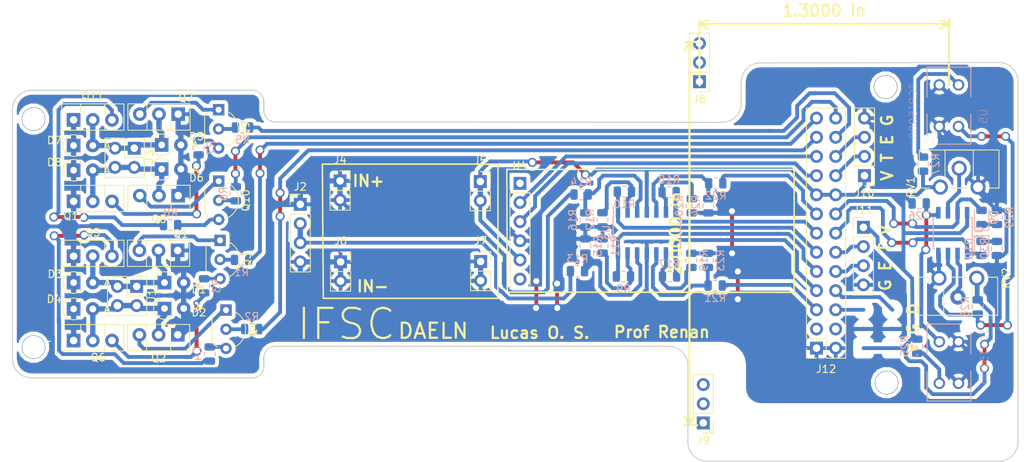
<source format=kicad_pcb>
(kicad_pcb (version 20171130) (host pcbnew "(5.0.2)-1")
  (layers (0 F.Cu signal) (31 B.Cu signal) (34 B.Paste user) (35 F.Paste user) (36 B.SilkS user) (37 F.SilkS user) (38 B.Mask user) (39 F.Mask user) (44 Edge.Cuts user))
  (net 0 "")
  (net 1 GND)
  (net 2 +5V)
  (net 3 TXB)
  (net 4 RXB)
  (net 5 PWM2)
  (net 6 PWM1)
  (net 7 PWM2N)
  (net 8 PWM1N)
  (net 9 ADC1)
  (net 10 ADC0)
  (net 11 "Net-(Q12-Pad3)")
  (net 12 "Net-(Q11-Pad3)")
  (net 13 "Net-(Q2-Pad3)")
  (net 14 "Net-(Q1-Pad3)")
  (net 15 "Net-(Q6-Pad3)")
  (net 16 +BATT)
  (net 17 "Net-(D1-Pad1)")
  (net 18 "Net-(Q4-Pad3)")
  (net 19 "Net-(D5-Pad1)")
  (net 20 "Net-(Q10-Pad3)")
  (net 21 "Net-(R11-Pad1)")
  (net 22 BATMed)
  (net 23 "Net-(Q10-Pad2)")
  (net 24 "Net-(Q10-Pad1)")
  (net 25 "Net-(Q4-Pad2)")
  (net 26 "Net-(Q3-Pad2)")
  (net 27 "Net-(Q3-Pad3)")
  (net 28 "Net-(Q7-Pad3)")
  (net 29 "Net-(Q9-Pad3)")
  (net 30 "Net-(Q9-Pad2)")
  (net 31 "Net-(D6-Pad1)")
  (net 32 "Net-(D2-Pad1)")
  (net 33 "Net-(Q5-Pad3)")
  (net 34 "Net-(R13-Pad1)")
  (net 35 "Net-(R10-Pad2)")
  (net 36 "Net-(R14-Pad1)")
  (net 37 "Net-(U4-Pad1)")
  (net 38 "Net-(U4-Pad6)")
  (net 39 D1)
  (net 40 D0)
  (net 41 Trig1)
  (net 42 Echo1)
  (net 43 Trig0)
  (net 44 Echo0)
  (net 45 "Net-(R22-Pad1)")
  (net 46 "Net-(R21-Pad1)")
  (net 47 "Net-(R18-Pad2)")
  (net 48 "Net-(R17-Pad2)")
  (net 49 ADC3)
  (net 50 "Net-(D10-Pad1)")
  (net 51 A1)
  (net 52 A2)
  (net 53 "Net-(R25-Pad2)")
  (net 54 "Net-(R26-Pad2)")
  (net 55 "Net-(R27-Pad2)")
  (net 56 "Net-(R28-Pad2)")
  (net 57 "Net-(D9-Pad1)")
  (net 58 L_TCRT)
  (net 59 "Net-(RV2-Pad2)")
  (net 60 "Net-(RV1-Pad2)")
  (net 61 R_TCRT)
  (net 62 ADC2)
  (net 63 "Net-(J12-Pad3)")
  (net 64 "Net-(J12-Pad4)")
  (module Package_TO_SOT_THT:TO-92_Inline_Wide (layer F.Cu) (at 120.777 86.3346 270)
    (fp_text reference Q10 (at 2.54 -3.56 270) (layer F.SilkS))
    (fp_text value BC548)
    (pad 1 thru_hole rect (at 0 0) (size 1.5 1.5) (drill 0.8) (layers *.Cu *.Mask) (net 24 "Net-(Q10-Pad1)"))
    (pad 3 thru_hole circle (at 5.08 0) (size 1.5 1.5) (drill 0.8) (layers *.Cu *.Mask) (net 20 "Net-(Q10-Pad3)"))
    (pad 2 thru_hole circle (at 2.54 0) (size 1.5 1.5) (drill 0.8) (layers *.Cu *.Mask) (net 23 "Net-(Q10-Pad2)"))
  )
  (module Package_TO_SOT_THT:TO-92_Inline_Wide (layer F.Cu) (at 121.7422 103.4161 270)
    (fp_text reference Q4 (at 2.54 -3.56 270) (layer F.SilkS))
    (fp_text value BC548)
    (pad 2 thru_hole circle (at 2.54 0) (size 1.5 1.5) (drill 0.8) (layers *.Cu *.Mask) (net 25 "Net-(Q4-Pad2)"))
    (pad 3 thru_hole circle (at 5.08 0) (size 1.5 1.5) (drill 0.8) (layers *.Cu *.Mask) (net 18 "Net-(Q4-Pad3)"))
    (pad 1 thru_hole rect (at 0 0) (size 1.5 1.5) (drill 0.8) (layers *.Cu *.Mask) (net 13 "Net-(Q2-Pad3)"))
  )
  (module Package_TO_SOT_THT:TO-92_Inline_Wide (layer F.Cu) (at 120.7643 76.8731 270)
    (fp_text reference Q9 (at 2.54 -3.56 270) (layer F.SilkS))
    (fp_text value BC548)
    (pad 1 thru_hole rect (at 0 0) (size 1.5 1.5) (drill 0.8) (layers *.Cu *.Mask) (net 28 "Net-(Q7-Pad3)"))
    (pad 3 thru_hole circle (at 5.08 0) (size 1.5 1.5) (drill 0.8) (layers *.Cu *.Mask) (net 29 "Net-(Q9-Pad3)"))
    (pad 2 thru_hole circle (at 2.54 0) (size 1.5 1.5) (drill 0.8) (layers *.Cu *.Mask) (net 30 "Net-(Q9-Pad2)"))
  )
  (module Package_TO_SOT_THT:TO-92_Inline_Wide (layer F.Cu) (at 120.9548 94.1705 270)
    (fp_text reference Q3 (at 2.54 -3.56 270) (layer F.SilkS))
    (fp_text value BC548)
    (pad 2 thru_hole circle (at 2.54 0) (size 1.5 1.5) (drill 0.8) (layers *.Cu *.Mask) (net 26 "Net-(Q3-Pad2)"))
    (pad 3 thru_hole circle (at 5.08 0) (size 1.5 1.5) (drill 0.8) (layers *.Cu *.Mask) (net 27 "Net-(Q3-Pad3)"))
    (pad 1 thru_hole rect (at 0 0) (size 1.5 1.5) (drill 0.8) (layers *.Cu *.Mask) (net 14 "Net-(Q1-Pad3)"))
  )
  (module TCRT5000:OPTO_TCRT5000 (layer B.Cu) (at 217.424 76.327 90)
    (fp_text reference U5 (at -1.40117 4.57476 90) (layer B.SilkS) (effects (font (size 1.00413 1.00413) (thickness 0.05)) (justify mirror)))
    (fp_text value TCRT5000 (at -0.758895 -4.71434 90) (layer B.SilkS) (effects (font (size 1.00533 1.00533) (thickness 0.05)) (justify mirror)))
    (pad COLL thru_hole circle (at -2.75 1.27 90) (size 1.508 1.508) (drill 1) (layers *.Cu *.Mask) (net 56 "Net-(R28-Pad2)"))
    (pad E thru_hole circle (at -2.75 -1.27 90) (size 1.508 1.508) (drill 1) (layers *.Cu *.Mask) (net 1 GND))
    (pad A thru_hole circle (at 2.75 1.27 90) (size 1.508 1.508) (drill 1) (layers *.Cu *.Mask) (net 55 "Net-(R27-Pad2)"))
    (pad CATH thru_hole circle (at 2.75 -1.27 90) (size 1.508 1.508) (drill 1) (layers *.Cu *.Mask) (net 1 GND))
    (pad Hole np_thru_hole circle (at -4.65 -2.45 90) (size 1 1) (drill 1) (layers *.Cu *.Mask B.SilkS))
  )
  (module Connector_PinHeader_2.54mm:PinHeader_1x06_P2.54mm_Vertical (layer F.Cu) (at 160.655 86.614)
    (fp_text reference U4 (at 0 -2.33) (layer F.SilkS))
    (fp_text value HC-05)
    (pad 1 thru_hole rect (at 0 0) (size 1.7 1.7) (drill 1) (layers *.Cu *.Mask) (net 37 "Net-(U4-Pad1)"))
    (pad 2 thru_hole oval (at 0 2.54) (size 1.7 1.7) (drill 1) (layers *.Cu *.Mask) (net 4 RXB))
    (pad 3 thru_hole oval (at 0 5.08) (size 1.7 1.7) (drill 1) (layers *.Cu *.Mask) (net 3 TXB))
    (pad 4 thru_hole oval (at 0 7.62) (size 1.7 1.7) (drill 1) (layers *.Cu *.Mask) (net 1 GND))
    (pad 5 thru_hole oval (at 0 10.16) (size 1.7 1.7) (drill 1) (layers *.Cu *.Mask) (net 2 +5V))
    (pad 6 thru_hole oval (at 0 12.7) (size 1.7 1.7) (drill 1) (layers *.Cu *.Mask) (net 38 "Net-(U4-Pad6)"))
  )
  (module Connector_PinHeader_2.54mm:PinHeader_1x04_P2.54mm_Vertical (layer F.Cu) (at 206.1083 92.456)
    (fp_text reference J11 (at 0 -2.33) (layer F.SilkS))
    (fp_text value Conn_01x04)
    (pad 4 thru_hole oval (at 0 7.62) (size 1.7 1.7) (drill 1) (layers *.Cu *.Mask) (net 1 GND))
    (pad 3 thru_hole oval (at 0 5.08) (size 1.7 1.7) (drill 1) (layers *.Cu *.Mask) (net 42 Echo1))
    (pad 2 thru_hole oval (at 0 2.54) (size 1.7 1.7) (drill 1) (layers *.Cu *.Mask) (net 41 Trig1))
    (pad 1 thru_hole rect (at 0 0) (size 1.7 1.7) (drill 1) (layers *.Cu *.Mask) (net 2 +5V))
  )
  (module Connector_PinHeader_2.54mm:PinHeader_1x03_P2.54mm_Vertical (layer F.Cu) (at 184.404 73.152 180)
    (fp_text reference J8 (at 0 -2.33 180) (layer F.SilkS))
    (fp_text value Conn_01x03)
    (pad 3 thru_hole oval (at 0 5.08 180) (size 1.7 1.7) (drill 1) (layers *.Cu *.Mask) (net 39 D1))
    (pad 2 thru_hole oval (at 0 2.54 180) (size 1.7 1.7) (drill 1) (layers *.Cu *.Mask) (net 1 GND))
    (pad 1 thru_hole rect (at 0 0 180) (size 1.7 1.7) (drill 1) (layers *.Cu *.Mask) (net 2 +5V))
  )
  (module Resistor_SMD:R_0805_2012Metric (layer B.Cu) (at 171.577 91.4504 270)
    (fp_text reference R12 (at 0 1.65 270) (layer B.SilkS) (effects (justify mirror)))
    (fp_text value 30k)
    (pad 1 smd roundrect (at -0.9375 0 270) (size 0.975 1.4) (layers B.Cu B.Paste B.Mask) (net 35 "Net-(R10-Pad2)"))
    (pad 2 smd roundrect (at 0.9375 0 270) (size 0.975 1.4) (layers B.Cu B.Paste B.Mask) (net 1 GND))
  )
  (module Resistor_SMD:R_0805_2012Metric (layer B.Cu) (at 168.2623 98.2599 180)
    (fp_text reference R13 (at 0 1.65 180) (layer B.SilkS) (effects (justify mirror)))
    (fp_text value 15k)
    (pad 2 smd roundrect (at 0.9375 0 180) (size 0.975 1.4) (layers B.Cu B.Paste B.Mask) (net 22 BATMed))
    (pad 1 smd roundrect (at -0.9375 0 180) (size 0.975 1.4) (layers B.Cu B.Paste B.Mask) (net 34 "Net-(R13-Pad1)"))
  )
  (module Resistor_SMD:R_0805_2012Metric (layer B.Cu) (at 168.7449 88.0999 180)
    (fp_text reference R14 (at 0 1.65 180) (layer B.SilkS) (effects (justify mirror)))
    (fp_text value 30k)
    (pad 1 smd roundrect (at -0.9375 0 180) (size 0.975 1.4) (layers B.Cu B.Paste B.Mask) (net 36 "Net-(R14-Pad1)"))
    (pad 2 smd roundrect (at 0.9375 0 180) (size 0.975 1.4) (layers B.Cu B.Paste B.Mask) (net 16 +BATT))
  )
  (module Connector_PinSocket_2.54mm:PinSocket_1x02_P2.54mm_Vertical (layer F.Cu) (at 155.3972 86.3854)
    (fp_text reference J5 (at 0 -2.77) (layer F.SilkS))
    (fp_text value Conn_01x02_Male)
    (pad 1 thru_hole rect (at 0 0) (size 1.7 1.7) (drill 1) (layers *.Cu *.Mask) (net 2 +5V))
    (pad 2 thru_hole oval (at 0 2.54) (size 1.7 1.7) (drill 1) (layers *.Cu *.Mask) (net 2 +5V))
  )
  (module Connector_PinHeader_2.54mm:PinHeader_1x04_P2.54mm_Vertical (layer F.Cu) (at 206.248 85.598 180)
    (fp_text reference J10 (at 0 -2.33 180) (layer F.SilkS))
    (fp_text value Conn_01x04)
    (pad 1 thru_hole rect (at 0 0 180) (size 1.7 1.7) (drill 1) (layers *.Cu *.Mask) (net 2 +5V))
    (pad 2 thru_hole oval (at 0 2.54 180) (size 1.7 1.7) (drill 1) (layers *.Cu *.Mask) (net 43 Trig0))
    (pad 3 thru_hole oval (at 0 5.08 180) (size 1.7 1.7) (drill 1) (layers *.Cu *.Mask) (net 44 Echo0))
    (pad 4 thru_hole oval (at 0 7.62 180) (size 1.7 1.7) (drill 1) (layers *.Cu *.Mask) (net 1 GND))
  )
  (module Resistor_SMD:R_0805_2012Metric (layer B.Cu) (at 180.3908 87.7824 180)
    (fp_text reference R18 (at 0 1.65 180) (layer B.SilkS) (effects (justify mirror)))
    (fp_text value R)
    (pad 1 smd roundrect (at -0.9375 0 180) (size 0.975 1.4) (layers B.Cu B.Paste B.Mask) (net 62 ADC2))
    (pad 2 smd roundrect (at 0.9375 0 180) (size 0.975 1.4) (layers B.Cu B.Paste B.Mask) (net 47 "Net-(R18-Pad2)"))
  )
  (module Resistor_SMD:R_0805_2012Metric (layer B.Cu) (at 183.3372 96.8248 90)
    (fp_text reference R19 (at 0 1.65 90) (layer B.SilkS) (effects (justify mirror)))
    (fp_text value R)
    (pad 2 smd roundrect (at 0.9375 0 90) (size 0.975 1.4) (layers B.Cu B.Paste B.Mask) (net 1 GND))
    (pad 1 smd roundrect (at -0.9375 0 90) (size 0.975 1.4) (layers B.Cu B.Paste B.Mask) (net 48 "Net-(R17-Pad2)"))
  )
  (module Resistor_SMD:R_0805_2012Metric (layer B.Cu) (at 169.3037 94.9198 90)
    (fp_text reference R15 (at 0 1.65 90) (layer B.SilkS) (effects (justify mirror)))
    (fp_text value 10k)
    (pad 2 smd roundrect (at 0.9375 0 90) (size 0.975 1.4) (layers B.Cu B.Paste B.Mask) (net 1 GND))
    (pad 1 smd roundrect (at -0.9375 0 90) (size 0.975 1.4) (layers B.Cu B.Paste B.Mask) (net 34 "Net-(R13-Pad1)"))
  )
  (module Package_SO:SOIC-8_3.9x4.9mm_P1.27mm (layer B.Cu) (at 217.932 93.218 90)
    (fp_text reference U1 (at 0 3.5 90) (layer B.SilkS) (effects (justify mirror)))
    (fp_text value LM393)
    (pad 1 smd rect (at -2.7 1.905 90) (size 1.55 0.6) (layers B.Cu B.Paste B.Mask) (net 58 L_TCRT))
    (pad 2 smd rect (at -2.7 0.635 90) (size 1.55 0.6) (layers B.Cu B.Paste B.Mask) (net 59 "Net-(RV2-Pad2)"))
    (pad 3 smd rect (at -2.7 -0.635 90) (size 1.55 0.6) (layers B.Cu B.Paste B.Mask) (net 56 "Net-(R28-Pad2)"))
    (pad 4 smd rect (at -2.7 -1.905 90) (size 1.55 0.6) (layers B.Cu B.Paste B.Mask) (net 1 GND))
    (pad 5 smd rect (at 2.7 -1.905 90) (size 1.55 0.6) (layers B.Cu B.Paste B.Mask) (net 54 "Net-(R26-Pad2)"))
    (pad 6 smd rect (at 2.7 -0.635 90) (size 1.55 0.6) (layers B.Cu B.Paste B.Mask) (net 60 "Net-(RV1-Pad2)"))
    (pad 7 smd rect (at 2.7 0.635 90) (size 1.55 0.6) (layers B.Cu B.Paste B.Mask) (net 61 R_TCRT))
    (pad 8 smd rect (at 2.7 1.905 90) (size 1.55 0.6) (layers B.Cu B.Paste B.Mask) (net 2 +5V))
  )
  (module Connector_PinSocket_2.54mm:PinSocket_2x13_P2.54mm_Vertical (layer F.Cu) (at 199.898 108.458 180)
    (fp_text reference J12 (at -1.27 -2.77 180) (layer F.SilkS))
    (fp_text value Conn_02x13_Odd_Even)
    (pad 1 thru_hole rect (at 0 0 180) (size 1.7 1.7) (drill 1) (layers *.Cu *.Mask) (net 1 GND))
    (pad 2 thru_hole oval (at -2.54 0 180) (size 1.7 1.7) (drill 1) (layers *.Cu *.Mask) (net 1 GND))
    (pad 3 thru_hole oval (at 0 2.54 180) (size 1.7 1.7) (drill 1) (layers *.Cu *.Mask) (net 63 "Net-(J12-Pad3)"))
    (pad 4 thru_hole oval (at -2.54 2.54 180) (size 1.7 1.7) (drill 1) (layers *.Cu *.Mask) (net 64 "Net-(J12-Pad4)"))
    (pad 5 thru_hole oval (at 0 5.08 180) (size 1.7 1.7) (drill 1) (layers *.Cu *.Mask) (net 51 A1))
    (pad 6 thru_hole oval (at -2.54 5.08 180) (size 1.7 1.7) (drill 1) (layers *.Cu *.Mask) (net 39 D1))
    (pad 7 thru_hole oval (at 0 7.62 180) (size 1.7 1.7) (drill 1) (layers *.Cu *.Mask) (net 49 ADC3))
    (pad 8 thru_hole oval (at -2.54 7.62 180) (size 1.7 1.7) (drill 1) (layers *.Cu *.Mask) (net 40 D0))
    (pad 9 thru_hole oval (at 0 10.16 180) (size 1.7 1.7) (drill 1) (layers *.Cu *.Mask) (net 10 ADC0))
    (pad 10 thru_hole oval (at -2.54 10.16 180) (size 1.7 1.7) (drill 1) (layers *.Cu *.Mask) (net 42 Echo1))
    (pad 11 thru_hole oval (at 0 12.7 180) (size 1.7 1.7) (drill 1) (layers *.Cu *.Mask) (net 9 ADC1))
    (pad 12 thru_hole oval (at -2.54 12.7 180) (size 1.7 1.7) (drill 1) (layers *.Cu *.Mask) (net 41 Trig1))
    (pad 13 thru_hole oval (at 0 15.24 180) (size 1.7 1.7) (drill 1) (layers *.Cu *.Mask) (net 62 ADC2))
    (pad 14 thru_hole oval (at -2.54 15.24 180) (size 1.7 1.7) (drill 1) (layers *.Cu *.Mask) (net 58 L_TCRT))
    (pad 15 thru_hole oval (at 0 17.78 180) (size 1.7 1.7) (drill 1) (layers *.Cu *.Mask) (net 52 A2))
    (pad 16 thru_hole oval (at -2.54 17.78 180) (size 1.7 1.7) (drill 1) (layers *.Cu *.Mask) (net 61 R_TCRT))
    (pad 17 thru_hole oval (at 0 20.32 180) (size 1.7 1.7) (drill 1) (layers *.Cu *.Mask) (net 2 +5V))
    (pad 18 thru_hole oval (at -2.54 20.32 180) (size 1.7 1.7) (drill 1) (layers *.Cu *.Mask) (net 2 +5V))
    (pad 19 thru_hole oval (at 0 22.86 180) (size 1.7 1.7) (drill 1) (layers *.Cu *.Mask) (net 3 TXB))
    (pad 20 thru_hole oval (at -2.54 22.86 180) (size 1.7 1.7) (drill 1) (layers *.Cu *.Mask) (net 43 Trig0))
    (pad 21 thru_hole oval (at 0 25.4 180) (size 1.7 1.7) (drill 1) (layers *.Cu *.Mask) (net 4 RXB))
    (pad 22 thru_hole oval (at -2.54 25.4 180) (size 1.7 1.7) (drill 1) (layers *.Cu *.Mask) (net 44 Echo0))
    (pad 23 thru_hole oval (at 0 27.94 180) (size 1.7 1.7) (drill 1) (layers *.Cu *.Mask) (net 6 PWM1))
    (pad 24 thru_hole oval (at -2.54 27.94 180) (size 1.7 1.7) (drill 1) (layers *.Cu *.Mask) (net 7 PWM2N))
    (pad 25 thru_hole oval (at 0 30.48 180) (size 1.7 1.7) (drill 1) (layers *.Cu *.Mask) (net 8 PWM1N))
    (pad 26 thru_hole oval (at -2.54 30.48 180) (size 1.7 1.7) (drill 1) (layers *.Cu *.Mask) (net 5 PWM2))
  )
  (module Connector_PinSocket_2.54mm:PinSocket_1x02_P2.54mm_Vertical (layer F.Cu) (at 136.906 97.028)
    (fp_text reference J6 (at 0 -2.77) (layer F.SilkS))
    (fp_text value Conn_01x02_Male)
    (pad 2 thru_hole oval (at 0 2.54) (size 1.7 1.7) (drill 1) (layers *.Cu *.Mask) (net 1 GND))
    (pad 1 thru_hole rect (at 0 0) (size 1.7 1.7) (drill 1) (layers *.Cu *.Mask) (net 1 GND))
  )
  (module Connector_PinHeader_2.54mm:PinHeader_1x03_P2.54mm_Vertical (layer F.Cu) (at 184.912 118.364 180)
    (fp_text reference J9 (at 0 -2.33 180) (layer F.SilkS))
    (fp_text value Conn_01x03)
    (pad 1 thru_hole rect (at 0 0 180) (size 1.7 1.7) (drill 1) (layers *.Cu *.Mask) (net 2 +5V))
    (pad 2 thru_hole oval (at 0 2.54 180) (size 1.7 1.7) (drill 1) (layers *.Cu *.Mask) (net 1 GND))
    (pad 3 thru_hole oval (at 0 5.08 180) (size 1.7 1.7) (drill 1) (layers *.Cu *.Mask) (net 40 D0))
  )
  (module Resistor_SMD:R_0805_2012Metric (layer B.Cu) (at 180.4416 98.9584 180)
    (fp_text reference R17 (at 0 1.65 180) (layer B.SilkS) (effects (justify mirror)))
    (fp_text value R)
    (pad 2 smd roundrect (at 0.9375 0 180) (size 0.975 1.4) (layers B.Cu B.Paste B.Mask) (net 48 "Net-(R17-Pad2)"))
    (pad 1 smd roundrect (at -0.9375 0 180) (size 0.975 1.4) (layers B.Cu B.Paste B.Mask) (net 49 ADC3))
  )
  (module Resistor_SMD:R_0805_2012Metric (layer B.Cu) (at 213.995 84.074 90)
    (fp_text reference R27 (at 0 1.65 90) (layer B.SilkS) (effects (justify mirror)))
    (fp_text value 1k)
    (pad 2 smd roundrect (at 0.9375 0 90) (size 0.975 1.4) (layers B.Cu B.Paste B.Mask) (net 55 "Net-(R27-Pad2)"))
    (pad 1 smd roundrect (at -0.9375 0 90) (size 0.975 1.4) (layers B.Cu B.Paste B.Mask) (net 2 +5V))
  )
  (module Resistor_SMD:R_0805_2012Metric (layer B.Cu) (at 213.233 108.204 270)
    (fp_text reference R25 (at 0 1.65 270) (layer B.SilkS) (effects (justify mirror)))
    (fp_text value 1k)
    (pad 2 smd roundrect (at 0.9375 0 270) (size 0.975 1.4) (layers B.Cu B.Paste B.Mask) (net 53 "Net-(R25-Pad2)"))
    (pad 1 smd roundrect (at -0.9375 0 270) (size 0.975 1.4) (layers B.Cu B.Paste B.Mask) (net 2 +5V))
  )
  (module Resistor_SMD:R_0805_2012Metric (layer B.Cu) (at 185.5851 89.5985 270)
    (fp_text reference R24 (at 0 1.65 270) (layer B.SilkS) (effects (justify mirror)))
    (fp_text value R)
    (pad 1 smd roundrect (at -0.9375 0 270) (size 0.975 1.4) (layers B.Cu B.Paste B.Mask) (net 45 "Net-(R22-Pad1)"))
    (pad 2 smd roundrect (at 0.9375 0 270) (size 0.975 1.4) (layers B.Cu B.Paste B.Mask) (net 1 GND))
  )
  (module Resistor_SMD:R_0805_2012Metric (layer B.Cu) (at 183.4007 89.5985 270)
    (fp_text reference R20 (at 0 1.65 270) (layer B.SilkS) (effects (justify mirror)))
    (fp_text value R)
    (pad 1 smd roundrect (at -0.9375 0 270) (size 0.975 1.4) (layers B.Cu B.Paste B.Mask) (net 47 "Net-(R18-Pad2)"))
    (pad 2 smd roundrect (at 0.9375 0 270) (size 0.975 1.4) (layers B.Cu B.Paste B.Mask) (net 1 GND))
  )
  (module Resistor_SMD:R_0805_2012Metric (layer B.Cu) (at 186.4868 100.1649)
    (fp_text reference R21 (at 0 1.65) (layer B.SilkS) (effects (justify mirror)))
    (fp_text value R)
    (pad 2 smd roundrect (at 0.9375 0) (size 0.975 1.4) (layers B.Cu B.Paste B.Mask) (net 51 A1))
    (pad 1 smd roundrect (at -0.9375 0) (size 0.975 1.4) (layers B.Cu B.Paste B.Mask) (net 46 "Net-(R21-Pad1)"))
  )
  (module Resistor_SMD:R_0805_2012Metric (layer B.Cu) (at 186.563 86.614)
    (fp_text reference R22 (at 0 1.65) (layer B.SilkS) (effects (justify mirror)))
    (fp_text value R)
    (pad 1 smd roundrect (at -0.9375 0) (size 0.975 1.4) (layers B.Cu B.Paste B.Mask) (net 45 "Net-(R22-Pad1)"))
    (pad 2 smd roundrect (at 0.9375 0) (size 0.975 1.4) (layers B.Cu B.Paste B.Mask) (net 52 A2))
  )
  (module Connector_PinSocket_2.54mm:PinSocket_1x02_P2.54mm_Vertical (layer F.Cu) (at 155.448 96.9772)
    (fp_text reference J7 (at 0 -2.77) (layer F.SilkS))
    (fp_text value Conn_01x02_Male)
    (pad 1 thru_hole rect (at 0 0) (size 1.7 1.7) (drill 1) (layers *.Cu *.Mask) (net 1 GND))
    (pad 2 thru_hole oval (at 0 2.54) (size 1.7 1.7) (drill 1) (layers *.Cu *.Mask) (net 1 GND))
  )
  (module TCRT5000:OPTO_TCRT5000 (layer B.Cu) (at 217.424 110.363 270)
    (fp_text reference U2 (at -1.40117 4.57476 270) (layer B.SilkS) (effects (font (size 1.00413 1.00413) (thickness 0.05)) (justify mirror)))
    (fp_text value TCRT5000 (at -0.758895 -4.71434 270) (layer B.SilkS) (effects (font (size 1.00533 1.00533) (thickness 0.05)) (justify mirror)))
    (pad Hole np_thru_hole circle (at -4.65 -2.45 270) (size 1 1) (drill 1) (layers *.Cu *.Mask B.SilkS))
    (pad CATH thru_hole circle (at 2.75 -1.27 270) (size 1.508 1.508) (drill 1) (layers *.Cu *.Mask) (net 1 GND))
    (pad A thru_hole circle (at 2.75 1.27 270) (size 1.508 1.508) (drill 1) (layers *.Cu *.Mask) (net 53 "Net-(R25-Pad2)"))
    (pad E thru_hole circle (at -2.75 -1.27 270) (size 1.508 1.508) (drill 1) (layers *.Cu *.Mask) (net 1 GND))
    (pad COLL thru_hole circle (at -2.75 1.27 270) (size 1.508 1.508) (drill 1) (layers *.Cu *.Mask) (net 54 "Net-(R26-Pad2)"))
  )
  (module Connector_PinSocket_2.54mm:PinSocket_1x02_P2.54mm_Vertical (layer F.Cu) (at 136.8425 86.2965)
    (fp_text reference J4 (at 0 -2.77) (layer F.SilkS))
    (fp_text value Conn_01x02_Male)
    (pad 2 thru_hole oval (at 0 2.54) (size 1.7 1.7) (drill 1) (layers *.Cu *.Mask) (net 16 +BATT))
    (pad 1 thru_hole rect (at 0 0) (size 1.7 1.7) (drill 1) (layers *.Cu *.Mask) (net 16 +BATT))
  )
  (module Resistor_SMD:R_0805_2012Metric (layer B.Cu) (at 213.487 89.281)
    (fp_text reference R26 (at 0 1.65) (layer B.SilkS) (effects (justify mirror)))
    (fp_text value 10k)
    (pad 1 smd roundrect (at -0.9375 0) (size 0.975 1.4) (layers B.Cu B.Paste B.Mask) (net 2 +5V))
    (pad 2 smd roundrect (at 0.9375 0) (size 0.975 1.4) (layers B.Cu B.Paste B.Mask) (net 54 "Net-(R26-Pad2)"))
  )
  (module Resistor_SMD:R_0805_2012Metric (layer B.Cu) (at 185.5216 96.8248 90)
    (fp_text reference R23 (at 0 1.65 90) (layer B.SilkS) (effects (justify mirror)))
    (fp_text value R)
    (pad 2 smd roundrect (at 0.9375 0 90) (size 0.975 1.4) (layers B.Cu B.Paste B.Mask) (net 1 GND))
    (pad 1 smd roundrect (at -0.9375 0 90) (size 0.975 1.4) (layers B.Cu B.Paste B.Mask) (net 46 "Net-(R21-Pad1)"))
  )
  (module Package_TO_SOT_THT:TO-126-3_Vertical (layer F.Cu) (at 101.569055 89.007582)
    (fp_text reference Q12 (at 0.132545 1.949818) (layer F.SilkS))
    (fp_text value BD139)
    (pad 3 thru_hole oval (at 5.08 0) (size 1.8 1.8) (drill 1) (layers *.Cu *.Mask) (net 11 "Net-(Q12-Pad3)"))
    (pad 2 thru_hole oval (at 2.54 0) (size 1.8 1.8) (drill 1) (layers *.Cu *.Mask) (net 31 "Net-(D6-Pad1)"))
    (pad 1 thru_hole rect (at 0 0) (size 1.8 1.8) (drill 1) (layers *.Cu *.Mask) (net 1 GND))
  )
  (module Resistor_SMD:R_0805_2012Metric (layer B.Cu) (at 169.293859 91.473729 270)
    (fp_text reference R16 (at 0 1.65 270) (layer B.SilkS) (effects (justify mirror)))
    (fp_text value 10k)
    (pad 2 smd roundrect (at 0.9375 0 270) (size 0.975 1.4) (layers B.Cu B.Paste B.Mask) (net 1 GND))
    (pad 1 smd roundrect (at -0.9375 0 270) (size 0.975 1.4) (layers B.Cu B.Paste B.Mask) (net 36 "Net-(R14-Pad1)"))
  )
  (module Package_TO_SOT_THT:TO-126-3_Vertical (layer F.Cu) (at 101.569055 107.447982)
    (fp_text reference Q6 (at 3.256745 2.254618) (layer F.SilkS))
    (fp_text value BD139)
    (pad 3 thru_hole oval (at 5.08 0) (size 1.8 1.8) (drill 1) (layers *.Cu *.Mask) (net 15 "Net-(Q6-Pad3)"))
    (pad 2 thru_hole oval (at 2.54 0) (size 1.8 1.8) (drill 1) (layers *.Cu *.Mask) (net 32 "Net-(D2-Pad1)"))
    (pad 1 thru_hole rect (at 0 0) (size 1.8 1.8) (drill 1) (layers *.Cu *.Mask) (net 1 GND))
  )
  (module Resistor_SMD:R_0805_2012Metric (layer B.Cu) (at 119.5959 109.2327 270)
    (fp_text reference R4 (at 0 1.65 270) (layer B.SilkS) (effects (justify mirror)))
    (fp_text value 150)
    (pad 2 smd roundrect (at 0.9375 0 270) (size 0.975 1.4) (layers B.Cu B.Paste B.Mask) (net 33 "Net-(Q5-Pad3)"))
    (pad 1 smd roundrect (at -0.9375 0 270) (size 0.975 1.4) (layers B.Cu B.Paste B.Mask) (net 18 "Net-(Q4-Pad3)"))
  )
  (module Package_TO_SOT_THT:TO-126-3_Vertical (layer F.Cu) (at 115.412055 88.245582 180)
    (fp_text reference Q8 (at 2.54 -3.12 180) (layer F.SilkS))
    (fp_text value BD140)
    (pad 1 thru_hole rect (at 0 0 180) (size 1.8 1.8) (drill 1) (layers *.Cu *.Mask) (net 16 +BATT))
    (pad 2 thru_hole oval (at 2.54 0 180) (size 1.8 1.8) (drill 1) (layers *.Cu *.Mask) (net 31 "Net-(D6-Pad1)"))
    (pad 3 thru_hole oval (at 5.08 0 180) (size 1.8 1.8) (drill 1) (layers *.Cu *.Mask) (net 24 "Net-(Q10-Pad1)"))
  )
  (module Connector_PinHeader_2.54mm:PinHeader_2x02_P2.54mm_Vertical (layer F.Cu) (at 109.597964 81.964284 270)
    (fp_text reference J3 (at 1.119116 -2.009636 90) (layer F.SilkS))
    (fp_text value Conn_02x02_Odd_Even)
    (pad 4 thru_hole oval (at 2.54 2.54 270) (size 1.7 1.7) (drill 1) (layers *.Cu *.Mask) (net 31 "Net-(D6-Pad1)"))
    (pad 3 thru_hole oval (at 0 2.54 270) (size 1.7 1.7) (drill 1) (layers *.Cu *.Mask) (net 19 "Net-(D5-Pad1)"))
    (pad 2 thru_hole oval (at 2.54 0 270) (size 1.7 1.7) (drill 1) (layers *.Cu *.Mask) (net 31 "Net-(D6-Pad1)"))
    (pad 1 thru_hole rect (at 0 0 270) (size 1.7 1.7) (drill 1) (layers *.Cu *.Mask) (net 19 "Net-(D5-Pad1)"))
  )
  (module Resistor_SMD:R_0805_2012Metric (layer B.Cu) (at 171.5897 94.9198 90)
    (fp_text reference R11 (at 0 1.65 90) (layer B.SilkS) (effects (justify mirror)))
    (fp_text value 15k)
    (pad 1 smd roundrect (at -0.9375 0 90) (size 0.975 1.4) (layers B.Cu B.Paste B.Mask) (net 21 "Net-(R11-Pad1)"))
    (pad 2 smd roundrect (at 0.9375 0 90) (size 0.975 1.4) (layers B.Cu B.Paste B.Mask) (net 1 GND))
  )
  (module Diode_THT:D_A-405_P2.54mm_Vertical_AnodeUp (layer F.Cu) (at 113.230164 84.732884)
    (fp_text reference D6 (at 4.600436 1.144516) (layer F.SilkS))
    (fp_text value DIODE)
    (fp_text user A (at 4.44 0) (layer F.SilkS))
    (pad 1 thru_hole rect (at 0 0) (size 1.8 1.8) (drill 0.9) (layers *.Cu *.Mask) (net 31 "Net-(D6-Pad1)"))
    (pad 2 thru_hole oval (at 2.54 0) (size 1.8 1.8) (drill 0.9) (layers *.Cu *.Mask) (net 16 +BATT))
  )
  (module Diode_THT:D_A-405_P2.54mm_Vertical_AnodeUp (layer F.Cu) (at 101.571564 81.608684)
    (fp_text reference D7 (at -2.536964 -0.684284) (layer F.SilkS))
    (fp_text value DIODE)
    (fp_text user A (at 4.44 0) (layer F.SilkS))
    (pad 2 thru_hole oval (at 2.54 0) (size 1.8 1.8) (drill 0.9) (layers *.Cu *.Mask) (net 19 "Net-(D5-Pad1)") (clearance 0.2))
    (pad 1 thru_hole rect (at 0 0) (size 1.8 1.8) (drill 0.9) (layers *.Cu *.Mask) (net 1 GND))
  )
  (module Diode_THT:D_A-405_P2.54mm_Vertical_AnodeUp (layer F.Cu) (at 113.598464 103.198684)
    (fp_text reference D2 (at 4.562336 0.534916) (layer F.SilkS))
    (fp_text value DIODE)
    (fp_text user A (at 4.44 0) (layer F.SilkS))
    (pad 1 thru_hole rect (at 0 0) (size 1.8 1.8) (drill 0.9) (layers *.Cu *.Mask) (net 32 "Net-(D2-Pad1)"))
    (pad 2 thru_hole oval (at 2.54 0) (size 1.8 1.8) (drill 0.9) (layers *.Cu *.Mask) (net 16 +BATT))
  )
  (module Diode_THT:D_A-405_P2.54mm_Vertical_AnodeUp (layer F.Cu) (at 101.571564 99.769684)
    (fp_text reference D3 (at -2.460764 -1.116084) (layer F.SilkS))
    (fp_text value DIODE)
    (fp_text user A (at 4.44 0) (layer F.SilkS))
    (pad 2 thru_hole oval (at 2.54 0) (size 1.8 1.8) (drill 0.9) (layers *.Cu *.Mask) (net 17 "Net-(D1-Pad1)"))
    (pad 1 thru_hole rect (at 0 0) (size 1.8 1.8) (drill 0.9) (layers *.Cu *.Mask) (net 1 GND))
  )
  (module Diode_THT:D_A-405_P2.54mm_Vertical_AnodeUp (layer F.Cu) (at 101.571564 84.885284)
    (fp_text reference D8 (at -2.536964 -1.039884) (layer F.SilkS))
    (fp_text value DIODE)
    (fp_text user A (at 4.44 0) (layer F.SilkS))
    (pad 1 thru_hole rect (at 0 0) (size 1.8 1.8) (drill 0.9) (layers *.Cu *.Mask) (net 1 GND))
    (pad 2 thru_hole oval (at 2.54 0) (size 1.8 1.8) (drill 0.9) (layers *.Cu *.Mask) (net 31 "Net-(D6-Pad1)"))
  )
  (module Resistor_SMD:R_0805_2012Metric (layer B.Cu) (at 174.4726 87.7316)
    (fp_text reference R10 (at 0 1.65) (layer B.SilkS) (effects (justify mirror)))
    (fp_text value 10k)
    (pad 2 smd roundrect (at 0.9375 0) (size 0.975 1.4) (layers B.Cu B.Paste B.Mask) (net 35 "Net-(R10-Pad2)"))
    (pad 1 smd roundrect (at -0.9375 0) (size 0.975 1.4) (layers B.Cu B.Paste B.Mask) (net 9 ADC1))
  )
  (module Diode_THT:D_A-405_P2.54mm_Vertical_AnodeUp (layer F.Cu) (at 101.571564 103.262184)
    (fp_text reference D4 (at -2.587764 -1.306584) (layer F.SilkS))
    (fp_text value DIODE)
    (fp_text user A (at 4.44 0) (layer F.SilkS))
    (pad 1 thru_hole rect (at 0 0) (size 1.8 1.8) (drill 0.9) (layers *.Cu *.Mask) (net 1 GND))
    (pad 2 thru_hole oval (at 2.54 0) (size 1.8 1.8) (drill 0.9) (layers *.Cu *.Mask) (net 32 "Net-(D2-Pad1)"))
  )
  (module Resistor_SMD:R_0805_2012Metric (layer B.Cu) (at 125.1481 105.9307 180)
    (fp_text reference R2 (at 0 1.65 180) (layer B.SilkS) (effects (justify mirror)))
    (fp_text value 470)
    (pad 1 smd roundrect (at -0.9375 0 180) (size 0.975 1.4) (layers B.Cu B.Paste B.Mask) (net 6 PWM1))
    (pad 2 smd roundrect (at 0.9375 0 180) (size 0.975 1.4) (layers B.Cu B.Paste B.Mask) (net 25 "Net-(Q4-Pad2)"))
  )
  (module Resistor_SMD:R_0805_2012Metric (layer B.Cu) (at 114.4016 92.1512 180)
    (fp_text reference R8 (at 0 1.65 180) (layer B.SilkS) (effects (justify mirror)))
    (fp_text value 150)
    (pad 2 smd roundrect (at 0.9375 0 180) (size 0.975 1.4) (layers B.Cu B.Paste B.Mask) (net 12 "Net-(Q11-Pad3)"))
    (pad 1 smd roundrect (at -0.9375 0 180) (size 0.975 1.4) (layers B.Cu B.Paste B.Mask) (net 20 "Net-(Q10-Pad3)"))
  )
  (module Resistor_SMD:R_0805_2012Metric (layer B.Cu) (at 174.3456 98.9584)
    (fp_text reference R9 (at 0 1.65) (layer B.SilkS) (effects (justify mirror)))
    (fp_text value 10k)
    (pad 1 smd roundrect (at -0.9375 0) (size 0.975 1.4) (layers B.Cu B.Paste B.Mask) (net 10 ADC0))
    (pad 2 smd roundrect (at 0.9375 0) (size 0.975 1.4) (layers B.Cu B.Paste B.Mask) (net 21 "Net-(R11-Pad1)"))
  )
  (module Resistor_SMD:R_0805_2012Metric (layer B.Cu) (at 123.0376 88.0087 270)
    (fp_text reference R6 (at 0 1.65 270) (layer B.SilkS) (effects (justify mirror)))
    (fp_text value 470)
    (pad 2 smd roundrect (at 0.9375 0 270) (size 0.975 1.4) (layers B.Cu B.Paste B.Mask) (net 23 "Net-(Q10-Pad2)"))
    (pad 1 smd roundrect (at -0.9375 0 270) (size 0.975 1.4) (layers B.Cu B.Paste B.Mask) (net 5 PWM2))
  )
  (module Resistor_SMD:R_0805_2012Metric (layer B.Cu) (at 118.843564 100.199184 90)
    (fp_text reference R3 (at 0 1.65 90) (layer B.SilkS) (effects (justify mirror)))
    (fp_text value 150)
    (pad 1 smd roundrect (at -0.9375 0 90) (size 0.975 1.4) (layers B.Cu B.Paste B.Mask) (net 15 "Net-(Q6-Pad3)"))
    (pad 2 smd roundrect (at 0.9375 0 90) (size 0.975 1.4) (layers B.Cu B.Paste B.Mask) (net 27 "Net-(Q3-Pad3)"))
  )
  (module Package_TO_SOT_THT:TO-126-3_Vertical (layer F.Cu) (at 115.348555 95.509982 180)
    (fp_text reference Q1 (at -0.399245 2.190382 180) (layer F.SilkS))
    (fp_text value BD140)
    (pad 1 thru_hole rect (at 0 0 180) (size 1.8 1.8) (drill 1) (layers *.Cu *.Mask) (net 16 +BATT))
    (pad 2 thru_hole oval (at 2.54 0 180) (size 1.8 1.8) (drill 1) (layers *.Cu *.Mask) (net 17 "Net-(D1-Pad1)"))
    (pad 3 thru_hole oval (at 5.08 0 180) (size 1.8 1.8) (drill 1) (layers *.Cu *.Mask) (net 14 "Net-(Q1-Pad3)"))
  )
  (module Package_SO:SOIC-14_3.9x8.7mm_P1.27mm (layer B.Cu) (at 177.4329 93.132377 270)
    (fp_text reference U3 (at 0 5.375 270) (layer B.SilkS) (effects (justify mirror)))
    (fp_text value LM324)
    (pad 1 smd rect (at -2.7 3.81 270) (size 1.5 0.6) (layers B.Cu B.Paste B.Mask) (net 9 ADC1))
    (pad 2 smd rect (at -2.7 2.54 270) (size 1.5 0.6) (layers B.Cu B.Paste B.Mask) (net 35 "Net-(R10-Pad2)"))
    (pad 3 smd rect (at -2.7 1.27 270) (size 1.5 0.6) (layers B.Cu B.Paste B.Mask) (net 36 "Net-(R14-Pad1)"))
    (pad 4 smd rect (at -2.7 0 270) (size 1.5 0.6) (layers B.Cu B.Paste B.Mask) (net 2 +5V))
    (pad 5 smd rect (at -2.7 -1.27 270) (size 1.5 0.6) (layers B.Cu B.Paste B.Mask) (net 45 "Net-(R22-Pad1)"))
    (pad 6 smd rect (at -2.7 -2.54 270) (size 1.5 0.6) (layers B.Cu B.Paste B.Mask) (net 47 "Net-(R18-Pad2)"))
    (pad 7 smd rect (at -2.7 -3.81 270) (size 1.5 0.6) (layers B.Cu B.Paste B.Mask) (net 62 ADC2))
    (pad 8 smd rect (at 2.7 -3.81 270) (size 1.5 0.6) (layers B.Cu B.Paste B.Mask) (net 49 ADC3))
    (pad 9 smd rect (at 2.7 -2.54 270) (size 1.5 0.6) (layers B.Cu B.Paste B.Mask) (net 48 "Net-(R17-Pad2)"))
    (pad 10 smd rect (at 2.7 -1.27 270) (size 1.5 0.6) (layers B.Cu B.Paste B.Mask) (net 46 "Net-(R21-Pad1)"))
    (pad 11 smd rect (at 2.7 0 270) (size 1.5 0.6) (layers B.Cu B.Paste B.Mask) (net 1 GND))
    (pad 12 smd rect (at 2.7 1.27 270) (size 1.5 0.6) (layers B.Cu B.Paste B.Mask) (net 34 "Net-(R13-Pad1)"))
    (pad 13 smd rect (at 2.7 2.54 270) (size 1.5 0.6) (layers B.Cu B.Paste B.Mask) (net 21 "Net-(R11-Pad1)"))
    (pad 14 smd rect (at 2.7 3.81 270) (size 1.5 0.6) (layers B.Cu B.Paste B.Mask) (net 10 ADC0))
  )
  (module Package_TO_SOT_THT:TO-126-3_Vertical (layer F.Cu) (at 115.361255 106.685982 180)
    (fp_text reference Q2 (at 2.54 -3.12 180) (layer F.SilkS))
    (fp_text value BD140)
    (pad 3 thru_hole oval (at 5.08 0 180) (size 1.8 1.8) (drill 1) (layers *.Cu *.Mask) (net 13 "Net-(Q2-Pad3)"))
    (pad 2 thru_hole oval (at 2.54 0 180) (size 1.8 1.8) (drill 1) (layers *.Cu *.Mask) (net 32 "Net-(D2-Pad1)"))
    (pad 1 thru_hole rect (at 0 0 180) (size 1.8 1.8) (drill 1) (layers *.Cu *.Mask) (net 16 +BATT))
  )
  (module Resistor_SMD:R_0805_2012Metric (layer B.Cu) (at 118.11 81.9023 90)
    (fp_text reference R7 (at 0 1.65 90) (layer B.SilkS) (effects (justify mirror)))
    (fp_text value 150)
    (pad 1 smd roundrect (at -0.9375 0 90) (size 0.975 1.4) (layers B.Cu B.Paste B.Mask) (net 11 "Net-(Q12-Pad3)"))
    (pad 2 smd roundrect (at 0.9375 0 90) (size 0.975 1.4) (layers B.Cu B.Paste B.Mask) (net 29 "Net-(Q9-Pad3)"))
  )
  (module Package_TO_SOT_THT:TO-126-3_Vertical (layer F.Cu) (at 101.569055 78.212582)
    (fp_text reference Q11 (at 2.54 -3.12) (layer F.SilkS))
    (fp_text value BD139)
    (pad 1 thru_hole rect (at 0 0) (size 1.8 1.8) (drill 1) (layers *.Cu *.Mask) (net 1 GND))
    (pad 2 thru_hole oval (at 2.54 0) (size 1.8 1.8) (drill 1) (layers *.Cu *.Mask) (net 19 "Net-(D5-Pad1)"))
    (pad 3 thru_hole oval (at 5.08 0) (size 1.8 1.8) (drill 1) (layers *.Cu *.Mask) (net 12 "Net-(Q11-Pad3)"))
  )
  (module Connector_PinHeader_2.54mm:PinHeader_2x02_P2.54mm_Vertical (layer F.Cu) (at 109.915464 100.277684 270)
    (fp_text reference J1 (at 1.169916 -2.022336 270) (layer F.SilkS))
    (fp_text value Conn_02x02_Odd_Even)
    (pad 4 thru_hole oval (at 2.54 2.54 270) (size 1.7 1.7) (drill 1) (layers *.Cu *.Mask) (net 32 "Net-(D2-Pad1)"))
    (pad 3 thru_hole oval (at 0 2.54 270) (size 1.7 1.7) (drill 1) (layers *.Cu *.Mask) (net 17 "Net-(D1-Pad1)"))
    (pad 2 thru_hole oval (at 2.54 0 270) (size 1.7 1.7) (drill 1) (layers *.Cu *.Mask) (net 32 "Net-(D2-Pad1)"))
    (pad 1 thru_hole rect (at 0 0 270) (size 1.7 1.7) (drill 1) (layers *.Cu *.Mask) (net 17 "Net-(D1-Pad1)"))
  )
  (module Resistor_SMD:R_0805_2012Metric (layer B.Cu) (at 123.9289 79.2226)
    (fp_text reference R5 (at 0 1.65) (layer B.SilkS) (effects (justify mirror)))
    (fp_text value 470)
    (pad 1 smd roundrect (at -0.9375 0) (size 0.975 1.4) (layers B.Cu B.Paste B.Mask) (net 30 "Net-(Q9-Pad2)"))
    (pad 2 smd roundrect (at 0.9375 0) (size 0.975 1.4) (layers B.Cu B.Paste B.Mask) (net 7 PWM2N))
  )
  (module Package_TO_SOT_THT:TO-126-3_Vertical (layer F.Cu) (at 115.412055 77.450582 180)
    (fp_text reference Q7 (at -1.021545 2.114182 180) (layer F.SilkS))
    (fp_text value BD140)
    (pad 3 thru_hole oval (at 5.08 0 180) (size 1.8 1.8) (drill 1) (layers *.Cu *.Mask) (net 28 "Net-(Q7-Pad3)"))
    (pad 2 thru_hole oval (at 2.54 0 180) (size 1.8 1.8) (drill 1) (layers *.Cu *.Mask) (net 19 "Net-(D5-Pad1)"))
    (pad 1 thru_hole rect (at 0 0 180) (size 1.8 1.8) (drill 1) (layers *.Cu *.Mask) (net 16 +BATT) (clearance 0.3556))
  )
  (module Package_TO_SOT_THT:TO-126-3_Vertical (layer F.Cu) (at 101.569055 96.271982)
    (fp_text reference Q5 (at 2.54 -3.12) (layer F.SilkS))
    (fp_text value BD139)
    (pad 1 thru_hole rect (at 0 0) (size 1.8 1.8) (drill 1) (layers *.Cu *.Mask) (net 1 GND))
    (pad 2 thru_hole oval (at 2.54 0) (size 1.8 1.8) (drill 1) (layers *.Cu *.Mask) (net 17 "Net-(D1-Pad1)"))
    (pad 3 thru_hole oval (at 5.08 0) (size 1.8 1.8) (drill 1) (layers *.Cu *.Mask) (net 33 "Net-(Q5-Pad3)"))
  )
  (module Diode_THT:D_A-405_P2.54mm_Vertical_AnodeUp (layer F.Cu) (at 113.598464 99.769684)
    (fp_text reference D1 (at 4.562336 0.915916) (layer F.SilkS))
    (fp_text value DIODE)
    (fp_text user A (at 4.44 0) (layer F.SilkS))
    (pad 2 thru_hole oval (at 2.54 0) (size 1.8 1.8) (drill 0.9) (layers *.Cu *.Mask) (net 16 +BATT))
    (pad 1 thru_hole rect (at 0 0) (size 1.8 1.8) (drill 0.9) (layers *.Cu *.Mask) (net 17 "Net-(D1-Pad1)"))
  )
  (module Diode_THT:D_A-405_P2.54mm_Vertical_AnodeUp (layer F.Cu) (at 113.230164 81.532484)
    (fp_text reference D5 (at 4.600436 -1.116084) (layer F.SilkS))
    (fp_text value DIODE)
    (fp_text user A (at 4.44 0) (layer F.SilkS))
    (pad 2 thru_hole oval (at 2.54 0) (size 1.8 1.8) (drill 0.9) (layers *.Cu *.Mask) (net 16 +BATT))
    (pad 1 thru_hole rect (at 0 0) (size 1.8 1.8) (drill 0.9) (layers *.Cu *.Mask) (net 19 "Net-(D5-Pad1)"))
  )
  (module Resistor_SMD:R_0805_2012Metric (layer B.Cu) (at 123.7996 96.7613)
    (fp_text reference R1 (at 0 1.65) (layer B.SilkS) (effects (justify mirror)))
    (fp_text value 470)
    (pad 2 smd roundrect (at 0.9375 0) (size 0.975 1.4) (layers B.Cu B.Paste B.Mask) (net 8 PWM1N))
    (pad 1 smd roundrect (at -0.9375 0) (size 0.975 1.4) (layers B.Cu B.Paste B.Mask) (net 26 "Net-(Q3-Pad2)"))
  )
  (module Connector_PinHeader_2.54mm:PinHeader_1x04_P2.54mm_Vertical (layer F.Cu) (at 131.572 89.408)
    (fp_text reference J2 (at 0 -2.33) (layer F.SilkS))
    (fp_text value Conn_01x04)
    (pad 4 thru_hole oval (at 0 7.62) (size 1.7 1.7) (drill 1) (layers *.Cu *.Mask) (net 1 GND))
    (pad 3 thru_hole oval (at 0 5.08) (size 1.7 1.7) (drill 1) (layers *.Cu *.Mask) (net 22 BATMed))
    (pad 2 thru_hole oval (at 0 2.54) (size 1.7 1.7) (drill 1) (layers *.Cu *.Mask) (net 22 BATMed))
    (pad 1 thru_hole rect (at 0 0) (size 1.7 1.7) (drill 1) (layers *.Cu *.Mask) (net 16 +BATT))
  )
  (module LED_SMD:LED_0805_2012Metric (layer B.Cu) (at 221.742 95.25 270)
    (fp_text reference D10 (at 0 1.65 270) (layer B.SilkS) (effects (justify mirror)))
    (fp_text value LED)
    (pad 2 smd roundrect (at 0.9375 0 270) (size 0.975 1.4) (layers B.Cu B.Paste B.Mask) (net 58 L_TCRT))
    (pad 1 smd roundrect (at -0.9375 0 270) (size 0.975 1.4) (layers B.Cu B.Paste B.Mask) (net 50 "Net-(D10-Pad1)"))
  )
  (module LED_SMD:LED_0805_2012Metric (layer B.Cu) (at 221.742 91.1375 90)
    (fp_text reference D9 (at 0 1.65 90) (layer B.SilkS) (effects (justify mirror)))
    (fp_text value LED)
    (pad 1 smd roundrect (at -0.9375 0 90) (size 0.975 1.4) (layers B.Cu B.Paste B.Mask) (net 57 "Net-(D9-Pad1)"))
    (pad 2 smd roundrect (at 0.9375 0 90) (size 0.975 1.4) (layers B.Cu B.Paste B.Mask) (net 61 R_TCRT))
  )
  (module Potentiometer_THT:Potentiometer_Piher_PT-10-H01_Horizontal (layer F.Cu) (at 221.107 99.187 270)
    (fp_text reference RV2 (at 0 -3.9 270) (layer F.SilkS))
    (fp_text value R_POT_TRIM)
    (pad 1 thru_hole circle (at 0 0 270) (size 2 2) (drill 1.3) (layers *.Cu *.Mask) (net 2 +5V))
    (pad 2 thru_hole circle (at 2.5 2.5 270) (size 2 2) (drill 1) (layers *.Cu *.Mask) (net 59 "Net-(RV2-Pad2)"))
    (pad 3 thru_hole circle (at 0 5 270) (size 2 2) (drill 1.3) (layers *.Cu *.Mask) (net 1 GND))
  )
  (module Potentiometer_THT:Potentiometer_Piher_PT-10-H01_Horizontal (layer F.Cu) (at 216.281 87.122 90)
    (fp_text reference RV1 (at 0 -3.9 90) (layer F.SilkS))
    (fp_text value R_POT_TRIM)
    (pad 3 thru_hole circle (at 0 5 90) (size 2 2) (drill 1.3) (layers *.Cu *.Mask) (net 1 GND))
    (pad 2 thru_hole circle (at 2.5 2.5 90) (size 2 2) (drill 1.3) (layers *.Cu *.Mask) (net 60 "Net-(RV1-Pad2)"))
    (pad 1 thru_hole circle (at 0 0 90) (size 2 2) (drill 1.3) (layers *.Cu *.Mask) (net 2 +5V))
  )
  (module Resistor_SMD:R_0805_2012Metric (layer B.Cu) (at 223.774 91.1375 90)
    (fp_text reference R29 (at 0 1.65 90) (layer B.SilkS) (effects (justify mirror)))
    (fp_text value 1K)
    (pad 2 smd roundrect (at 0.9375 0 90) (size 0.975 1.4) (layers B.Cu B.Paste B.Mask) (net 1 GND))
    (pad 1 smd roundrect (at -0.9375 0 90) (size 0.975 1.4) (layers B.Cu B.Paste B.Mask) (net 57 "Net-(D9-Pad1)"))
  )
  (module Resistor_SMD:R_0805_2012Metric (layer B.Cu) (at 221.234 102.997 270)
    (fp_text reference R28 (at 0 1.65 270) (layer B.SilkS) (effects (justify mirror)))
    (fp_text value 10k)
    (pad 1 smd roundrect (at -0.9375 0 270) (size 0.975 1.4) (layers B.Cu B.Paste B.Mask) (net 2 +5V))
    (pad 2 smd roundrect (at 0.9375 0 270) (size 0.975 1.4) (layers B.Cu B.Paste B.Mask) (net 56 "Net-(R28-Pad2)"))
  )
  (module Resistor_SMD:R_0805_2012Metric (layer B.Cu) (at 223.774 95.25 270)
    (fp_text reference R30 (at 0 1.65 270) (layer B.SilkS) (effects (justify mirror)))
    (fp_text value 1K)
    (pad 1 smd roundrect (at -0.9375 0 270) (size 0.975 1.4) (layers B.Cu B.Paste B.Mask) (net 50 "Net-(D10-Pad1)"))
    (pad 2 smd roundrect (at 0.9375 0 270) (size 0.975 1.4) (layers B.Cu B.Paste B.Mask) (net 1 GND))
  )
  (dimension 50.8 (width 0.3) (layer F.SilkS) (gr_text "50,800 mm" (at 180.983807 93.272802 270) (layer F.SilkS) (effects (font (size 1.5 1.5) (thickness 0.3)))) (feature1 (pts (xy 184.099756 118.672802) (xy 182.497386 118.672802))) (feature2 (pts (xy 184.099756 67.872802) (xy 182.497386 67.872802))) (crossbar (pts (xy 183.083807 67.872802) (xy 183.083807 118.672802))) (arrow1a (pts (xy 183.083807 118.672802) (xy 182.497386 117.546298))) (arrow1b (pts (xy 183.083807 118.672802) (xy 183.670228 117.546298))) (arrow2a (pts (xy 183.083807 67.872802) (xy 182.497386 68.999306))) (arrow2b (pts (xy 183.083807 67.872802) (xy 183.670228 68.999306))))
  (dimension 33.02 (width 0.3) (layer F.SilkS) (gr_text "33,020 mm" (at 200.914 63.432001) (layer F.SilkS) (effects (font (size 1.5 1.5) (thickness 0.3)))) (feature1 (pts (xy 184.404 73.66) (xy 184.404 64.94558))) (feature2 (pts (xy 217.424 73.66) (xy 217.424 64.94558))) (crossbar (pts (xy 217.424 65.532001) (xy 184.404 65.532001))) (arrow1a (pts (xy 184.404 65.532001) (xy 185.530504 64.94558))) (arrow1b (pts (xy 184.404 65.532001) (xy 185.530504 66.118422))) (arrow2a (pts (xy 217.424 65.532001) (xy 216.297496 64.94558))) (arrow2b (pts (xy 217.424 65.532001) (xy 216.297496 66.118422))))
  (gr_text "V T E G" (at 209.2452 81.8896 90) (layer F.SilkS) (effects (font (size 1.5 1.5) (thickness 0.3))))
  (gr_text "G E T V" (at 208.9912 96.5073 90) (layer F.SilkS) (effects (font (size 1.5 1.5) (thickness 0.3))))
  (gr_text "V G D" (at 212.6996 105.8164 90) (layer F.SilkS) (effects (font (size 1.5 1.5) (thickness 0.3))))
  (gr_text "Lucas O. S." (at 163.2712 106.426) (layer F.SilkS) (effects (font (size 1.5 1.5) (thickness 0.3))))
  (gr_text IN- (at 141.1605 100.2665) (layer F.SilkS) (effects (font (size 1.5 1.5) (thickness 0.3))))
  (gr_text DAELN (at 149.1615 106.172) (layer F.SilkS) (effects (font (size 2 2) (thickness 0.3))))
  (gr_text IFSC (at 137.668 105.283) (layer F.SilkS) (effects (font (size 4 4) (thickness 0.3))))
  (gr_text "Prof Renan" (at 179.4256 106.3244) (layer F.SilkS) (effects (font (size 1.5 1.5) (thickness 0.3))))
  (gr_text IN+ (at 140.589 86.2965) (layer F.SilkS) (effects (font (size 1.5 1.5) (thickness 0.3))))
  (gr_arc (start 128.27 109.728) (end 128.27 108.204) (angle -90) (layer Edge.Cuts) (width 0.15))
  (gr_line (start 126.746 76.962) (end 126.746 75.819) (layer Edge.Cuts) (width 0.2))
  (gr_line (start 189.9412 73.2028) (end 189.9412 75.9968) (layer Edge.Cuts) (width 0.15))
  (gr_arc (start 128.27 76.962) (end 126.746 76.962) (angle -90) (layer Edge.Cuts) (width 0.15))
  (gr_line (start 126.746 110.871) (end 126.746 109.728) (layer Edge.Cuts) (width 0.2))
  (gr_arc (start 185.42 120.904) (end 182.88 120.904) (angle -90) (layer Edge.Cuts) (width 0.15))
  (gr_arc (start 192.4812 73.2028) (end 192.4812 70.6628) (angle -90) (layer Edge.Cuts) (width 0.15))
  (gr_arc (start 125.222 110.871) (end 125.222 112.395) (angle -90) (layer Edge.Cuts) (width 0.15))
  (gr_line (start 128.27 108.204) (end 180.34 108.204) (layer Edge.Cuts) (width 0.15))
  (gr_line (start 182.88 110.744) (end 182.88 120.904) (layer Edge.Cuts) (width 0.15))
  (gr_arc (start 187.4012 75.9968) (end 187.4012 78.5368) (angle -90) (layer Edge.Cuts) (width 0.15))
  (gr_line (start 158.911798 84.779509) (end 196.935598 84.779509) (layer F.SilkS) (width 0.2))
  (gr_line (start 134.493 84.074) (end 134.62 101.854) (layer F.SilkS) (width 0.2))
  (gr_line (start 93.472 76.835) (end 93.472 109.855) (layer Edge.Cuts) (width 0.15))
  (gr_line (start 134.5565 84.074) (end 157.734 84.074) (layer F.SilkS) (width 0.2))
  (gr_arc (start 96.012 109.855) (end 93.472 109.855) (angle -90) (layer Edge.Cuts) (width 0.15))
  (gr_line (start 157.734 101.854) (end 134.62 101.854) (layer F.SilkS) (width 0.2))
  (gr_arc (start 96.012 76.835) (end 96.012 74.295) (angle -90) (layer Edge.Cuts) (width 0.15))
  (gr_line (start 196.935598 84.779509) (end 196.935598 101.060909) (layer F.SilkS) (width 0.2))
  (gr_arc (start 180.34 110.744) (end 182.88 110.744) (angle -90) (layer Edge.Cuts) (width 0.15))
  (gr_line (start 196.935598 101.060909) (end 158.962598 101.035509) (layer F.SilkS) (width 0.2))
  (gr_line (start 96.012 112.395) (end 125.222 112.395) (layer Edge.Cuts) (width 0.15))
  (gr_line (start 125.222 74.295) (end 96.012 74.295) (layer Edge.Cuts) (width 0.15))
  (gr_line (start 128.27 78.486) (end 187.4012 78.5368) (layer Edge.Cuts) (width 0.15))
  (gr_arc (start 125.222 75.819) (end 126.746 75.819) (angle -90) (layer Edge.Cuts) (width 0.15))
  (gr_line (start 157.734 84.074) (end 157.734 101.854) (layer F.SilkS) (width 0.2))
  (gr_line (start 158.962598 101.035509) (end 158.911798 84.779509) (layer F.SilkS) (width 0.2))
  (gr_arc (start 224.028 120.904) (end 224.028 123.444) (angle -90) (layer Edge.Cuts) (width 0.15))
  (gr_line (start 185.42 123.444) (end 224.028 123.444) (layer Edge.Cuts) (width 0.15))
  (gr_line (start 192.4812 70.6628) (end 224.028 70.612) (layer Edge.Cuts) (width 0.15))
  (gr_arc (start 224.028 73.152) (end 226.568 73.152) (angle -90) (layer Edge.Cuts) (width 0.15))
  (gr_line (start 226.568 73.152) (end 226.568 120.904) (layer Edge.Cuts) (width 0.15))
  (via (at 96.266 108.331) (size 3.1) (drill 3) (layers F.Cu B.Cu) (net 0))
  (via (at 96.266 78.105) (size 3.1) (drill 3) (layers F.Cu B.Cu) (net 0))
  (via (at 209.042 73.8505) (size 3.1) (drill 3) (layers F.Cu B.Cu) (net 0))
  (via (at 209.169 113.03) (size 3.1) (drill 3) (layers F.Cu B.Cu) (net 0))
  (segment (start 106.119615 92.292485) (end 102.481865 92.292485) (width 0.508) (layer B.Cu) (net 1))
  (segment (start 106.1847 92.2274) (end 106.119615 92.292485) (width 0.508) (layer B.Cu) (net 1))
  (segment (start 221.281 87.707) (end 223.774 90.2) (width 0.508) (layer B.Cu) (net 1))
  (segment (start 223.774 96.1875) (end 223.774 110.744) (width 0.508) (layer B.Cu) (net 1))
  (segment (start 223.774 112.395) (end 223.774 112.903) (width 0.508) (layer B.Cu) (net 1))
  (segment (start 223.774 110.744) (end 223.774 112.395) (width 0.508) (layer B.Cu) (net 1))
  (segment (start 223.774 112.903) (end 221.234 115.443) (width 0.508) (layer B.Cu) (net 1))
  (segment (start 214.884 115.443) (end 211.836 115.443) (width 0.508) (layer B.Cu) (net 1))
  (segment (start 221.234 115.443) (end 214.884 115.443) (width 0.508) (layer B.Cu) (net 1))
  (segment (start 207.518 115.443) (end 214.884 115.443) (width 0.508) (layer B.Cu) (net 1))
  (segment (start 218.052683 82.042) (end 219.71 82.042) (width 0.508) (layer B.Cu) (net 1))
  (segment (start 184.9374 103.505) (end 187.96 103.505) (width 0.508) (layer B.Cu) (net 1))
  (segment (start 191.008 103.505) (end 191.135 103.505) (width 0.508) (layer B.Cu) (net 1))
  (segment (start 216.107 95.998) (end 216.027 95.918) (width 0.508) (layer B.Cu) (net 1))
  (segment (start 189.484 98.298) (end 189.484 98.863685) (width 0.508) (layer F.Cu) (net 1))
  (segment (start 188.722 91.116685) (end 188.722 95.885) (width 0.508) (layer F.Cu) (net 1))
  (segment (start 216.154 80.143317) (end 218.052683 82.042) (width 0.508) (layer B.Cu) (net 1))
  (segment (start 218.694 113.113) (end 217.613599 112.032599) (width 0.508) (layer B.Cu) (net 1))
  (segment (start 189.484 101.981) (end 191.008 103.505) (width 0.508) (layer B.Cu) (net 1))
  (segment (start 131.5593 98.3361) (end 131.5593 99.314) (width 0.708) (layer B.Cu) (net 1))
  (segment (start 187.96 103.505) (end 189.484 101.981) (width 0.508) (layer B.Cu) (net 1))
  (segment (start 189.484 98.863685) (end 189.484 101.981) (width 0.508) (layer F.Cu) (net 1))
  (segment (start 216.154 79.077) (end 216.154 80.143317) (width 0.508) (layer B.Cu) (net 1))
  (segment (start 216.107 99.187) (end 216.107 95.998) (width 0.508) (layer B.Cu) (net 1))
  (segment (start 217.613599 108.693401) (end 218.694 107.613) (width 0.508) (layer B.Cu) (net 1))
  (segment (start 191.135 103.505) (end 193.587 103.505) (width 0.508) (layer B.Cu) (net 1))
  (segment (start 188.722 95.885) (end 188.722 97.536) (width 0.508) (layer B.Cu) (net 1))
  (segment (start 188.707 91.101685) (end 188.722 91.116685) (width 0.508) (layer F.Cu) (net 1))
  (segment (start 187.96 103.505) (end 191.135 103.505) (width 0.508) (layer B.Cu) (net 1))
  (segment (start 188.707 90.536) (end 188.707 91.101685) (width 0.508) (layer F.Cu) (net 1))
  (segment (start 189.484 101.981) (end 189.484 101.981) (width 0.508) (layer F.Cu) (net 1))
  (segment (start 219.71 82.042) (end 221.281 83.613) (width 0.508) (layer B.Cu) (net 1))
  (segment (start 188.722 97.536) (end 189.484 98.298) (width 0.508) (layer B.Cu) (net 1))
  (segment (start 185.5216 95.8873) (end 188.7197 95.8873) (width 0.508) (layer B.Cu) (net 1))
  (segment (start 185.5851 90.536) (end 188.707 90.536) (width 0.508) (layer B.Cu) (net 1))
  (segment (start 188.7197 95.8873) (end 188.722 95.885) (width 0.508) (layer B.Cu) (net 1))
  (segment (start 131.5593 99.314) (end 131.5593 101.837384) (width 0.708) (layer B.Cu) (net 1))
  (segment (start 221.281 87.122) (end 221.281 87.707) (width 0.508) (layer B.Cu) (net 1))
  (segment (start 217.613599 112.032599) (end 217.613599 108.693401) (width 0.508) (layer B.Cu) (net 1))
  (segment (start 188.707 90.3074) (end 188.707 90.3074) (width 0.508) (layer B.Cu) (net 1))
  (segment (start 189.484 98.298) (end 189.484 98.298) (width 0.508) (layer B.Cu) (net 1))
  (segment (start 188.722 95.885) (end 188.722 95.885) (width 0.508) (layer F.Cu) (net 1))
  (segment (start 221.281 83.613) (end 221.281 87.122) (width 0.508) (layer B.Cu) (net 1))
  (segment (start 155.448 96.9772) (end 155.448 99.5172) (width 0.708) (layer B.Cu) (net 1))
  (segment (start 101.092 92.334919) (end 101.131336 92.334919) (width 0.708) (layer B.Cu) (net 1))
  (segment (start 169.3037 93.9823) (end 166.8757 93.9823) (width 0.508) (layer B.Cu) (net 1))
  (segment (start 177.4329 95.832377) (end 177.4329 100.2919) (width 0.508) (layer B.Cu) (net 1))
  (segment (start 176.784 103.505) (end 177.419 103.505) (width 0.508) (layer B.Cu) (net 1))
  (segment (start 101.092 92.334919) (end 99.822 92.334919) (width 0.708) (layer B.Cu) (net 1))
  (segment (start 165.56041 99.90141) (end 165.56041 99.90141) (width 0.508) (layer B.Cu) (net 1))
  (segment (start 162.7886 103.0351) (end 162.7886 103.0351) (width 0.508) (layer F.Cu) (net 1))
  (segment (start 185.5851 90.536) (end 183.4007 90.536) (width 0.508) (layer B.Cu) (net 1))
  (segment (start 177.419 103.505) (end 184.9374 103.505) (width 0.508) (layer B.Cu) (net 1))
  (segment (start 177.4329 100.2919) (end 177.4329 100.56367) (width 0.508) (layer B.Cu) (net 1))
  (segment (start 101.131336 92.334919) (end 101.569055 91.8972) (width 0.708) (layer B.Cu) (net 1))
  (segment (start 177.4329 103.4911) (end 177.419 103.505) (width 0.508) (layer B.Cu) (net 1))
  (segment (start 131.572 98.3234) (end 131.5593 98.3361) (width 0.708) (layer B.Cu) (net 1))
  (segment (start 165.56041 98.044) (end 165.56041 99.90141) (width 0.508) (layer B.Cu) (net 1))
  (segment (start 165.608 103.505) (end 165.56041 103.45741) (width 0.508) (layer B.Cu) (net 1))
  (segment (start 166.8757 93.9823) (end 165.56041 95.29759) (width 0.508) (layer B.Cu) (net 1))
  (segment (start 160.7797 94.1093) (end 160.655 94.234) (width 0.508) (layer B.Cu) (net 1))
  (segment (start 186.3851 90.536) (end 185.5851 90.536) (width 0.308) (layer B.Cu) (net 1))
  (segment (start 131.572 97.028) (end 131.572 98.3234) (width 0.708) (layer B.Cu) (net 1))
  (segment (start 167.60829 103.587774) (end 167.58289 103.613174) (width 0.308) (layer B.Cu) (net 1))
  (segment (start 165.56041 95.29759) (end 165.56041 98.044) (width 0.508) (layer B.Cu) (net 1))
  (segment (start 163.195 103.505) (end 163.322 103.378) (width 0.508) (layer B.Cu) (net 1))
  (segment (start 162.814 99.510315) (end 162.814 100.076) (width 0.508) (layer F.Cu) (net 1))
  (segment (start 177.4329 100.56367) (end 177.4329 103.4911) (width 0.508) (layer B.Cu) (net 1))
  (segment (start 101.569055 92.837) (end 101.569055 96.271982) (width 0.708) (layer B.Cu) (net 1))
  (segment (start 167.60829 103.505) (end 176.784 103.505) (width 0.508) (layer B.Cu) (net 1))
  (segment (start 101.569055 91.8972) (end 101.569055 92.837) (width 0.708) (layer B.Cu) (net 1))
  (segment (start 176.7979 103.4911) (end 176.784 103.505) (width 0.508) (layer B.Cu) (net 1))
  (segment (start 167.60829 103.505) (end 167.60829 103.587774) (width 0.308) (layer B.Cu) (net 1))
  (segment (start 101.092 92.359945) (end 101.569055 92.837) (width 0.708) (layer B.Cu) (net 1))
  (segment (start 136.906 99.568) (end 155.3972 99.568) (width 0.508) (layer B.Cu) (net 1))
  (segment (start 136.906 97.028) (end 136.906 99.568) (width 0.708) (layer B.Cu) (net 1))
  (segment (start 155.3972 99.568) (end 155.448 99.5172) (width 0.508) (layer B.Cu) (net 1))
  (segment (start 101.092 92.334919) (end 101.092 92.359945) (width 0.708) (layer B.Cu) (net 1))
  (segment (start 131.572 97.028) (end 136.906 97.028) (width 0.708) (layer B.Cu) (net 1))
  (segment (start 101.569055 92.334919) (end 101.092 92.334919) (width 0.708) (layer B.Cu) (net 1))
  (segment (start 101.569055 96.271982) (end 101.569055 99.767175) (width 0.708) (layer B.Cu) (net 1))
  (segment (start 101.571564 89.005073) (end 101.569055 89.007582) (width 0.508) (layer B.Cu) (net 1))
  (segment (start 101.569055 89.007582) (end 101.569055 91.8972) (width 0.708) (layer B.Cu) (net 1))
  (segment (start 101.571564 107.445473) (end 101.569055 107.447982) (width 0.708) (layer B.Cu) (net 1))
  (segment (start 177.4329 100.56367) (end 177.4317 100.56487) (width 0.508) (layer B.Cu) (net 1))
  (segment (start 183.246229 95.904371) (end 183.2229 95.9277) (width 0.508) (layer B.Cu) (net 1))
  (segment (start 185.506041 95.904371) (end 183.246229 95.904371) (width 0.508) (layer B.Cu) (net 1))
  (segment (start 183.580571 95.967871) (end 183.5404 95.9277) (width 0.508) (layer B.Cu) (net 1))
  (segment (start 185.569541 90.596641) (end 185.5597 90.5868) (width 0.508) (layer B.Cu) (net 1))
  (segment (start 171.219329 92.347729) (end 171.2595 92.3879) (width 0.508) (layer B.Cu) (net 1))
  (segment (start 185.5597 90.5868) (end 183.2737 90.5868) (width 0.508) (layer B.Cu) (net 1))
  (segment (start 183.2864 90.5995) (end 183.2737 90.5868) (width 0.508) (layer B.Cu) (net 1))
  (segment (start 169.293859 93.972459) (end 169.3037 93.9823) (width 0.508) (layer B.Cu) (net 1))
  (segment (start 171.577 93.9696) (end 171.5897 93.9823) (width 0.508) (layer B.Cu) (net 1))
  (segment (start 169.3037 93.9823) (end 171.5897 93.9823) (width 0.508) (layer B.Cu) (net 1))
  (segment (start 171.553671 92.411229) (end 171.577 92.3879) (width 0.508) (layer B.Cu) (net 1))
  (segment (start 101.569055 78.212582) (end 101.569055 89.007582) (width 0.708) (layer B.Cu) (net 1))
  (segment (start 101.571564 99.769684) (end 101.571564 103.262184) (width 0.708) (layer B.Cu) (net 1))
  (segment (start 101.569055 99.767175) (end 101.571564 99.769684) (width 0.708) (layer B.Cu) (net 1))
  (segment (start 101.569055 81.606175) (end 101.571564 81.608684) (width 0.508) (layer B.Cu) (net 1))
  (segment (start 101.647555 89.183082) (end 101.569055 89.261582) (width 0.508) (layer B.Cu) (net 1))
  (segment (start 101.571564 103.262184) (end 101.571564 107.445473) (width 0.708) (layer B.Cu) (net 1))
  (segment (start 204.918919 105.918) (end 204.216 106.620919) (width 0.508) (layer B.Cu) (net 1))
  (segment (start 220.599 72.009) (end 221.281 72.691) (width 0.508) (layer B.Cu) (net 1))
  (segment (start 206.121 105.918) (end 204.918919 105.918) (width 0.508) (layer B.Cu) (net 1))
  (segment (start 206.121 105.918) (end 209.931 105.918) (width 0.508) (layer B.Cu) (net 1))
  (via (at 162.7759 103.1367) (size 1.2) (drill 0.8) (layers F.Cu B.Cu) (net 1))
  (via (at 162.814 99.568) (size 1.2) (drill 0.8) (layers F.Cu B.Cu) (net 1))
  (via (at 165.56041 99.90141) (size 1.2) (drill 0.8) (layers F.Cu B.Cu) (net 1))
  (via (at 188.722 95.885) (size 1.2) (drill 0.8) (layers F.Cu B.Cu) (net 1))
  (via (at 189.484 101.981) (size 1.2) (drill 0.8) (layers F.Cu B.Cu) (net 1))
  (via (at 189.484 98.298) (size 1.2) (drill 0.8) (layers F.Cu B.Cu) (net 1))
  (via (at 188.707 90.3074) (size 1.2) (drill 0.8) (layers F.Cu B.Cu) (net 1))
  (via (at 165.5826 103.1367) (size 1.2) (drill 0.8) (layers F.Cu B.Cu) (net 1))
  (segment (start 169.293859 92.411229) (end 169.293859 93.972459) (width 0.508) (layer B.Cu) (net 1))
  (segment (start 161.857081 94.234) (end 160.655 94.234) (width 0.508) (layer B.Cu) (net 1))
  (segment (start 162.814 99.568) (end 162.814 95.190919) (width 0.508) (layer B.Cu) (net 1))
  (segment (start 162.814 95.190919) (end 161.857081 94.234) (width 0.508) (layer B.Cu) (net 1))
  (segment (start 165.56041 102.743) (end 165.56041 103.45741) (width 0.508) (layer B.Cu) (net 1))
  (segment (start 162.56 103.505) (end 163.195 103.505) (width 0.508) (layer B.Cu) (net 1))
  (segment (start 162.814 103.124) (end 163.195 103.505) (width 0.508) (layer B.Cu) (net 1))
  (segment (start 162.7886 103.0351) (end 162.7886 103.4161) (width 0.508) (layer B.Cu) (net 1))
  (segment (start 224.574 96.1875) (end 223.774 96.1875) (width 0.508) (layer B.Cu) (net 1))
  (segment (start 225.044 95.7175) (end 224.574 96.1875) (width 0.508) (layer B.Cu) (net 1))
  (segment (start 225.044 90.484) (end 225.044 95.7175) (width 0.508) (layer B.Cu) (net 1))
  (segment (start 223.774 90.2) (end 224.76 90.2) (width 0.508) (layer B.Cu) (net 1))
  (segment (start 224.76 90.2) (end 225.044 90.484) (width 0.508) (layer B.Cu) (net 1))
  (segment (start 163.576 103.505) (end 163.703 103.505) (width 0.508) (layer B.Cu) (net 1))
  (segment (start 162.814 102.743) (end 163.576 103.505) (width 0.508) (layer B.Cu) (net 1))
  (segment (start 163.195 103.505) (end 163.703 103.505) (width 0.508) (layer B.Cu) (net 1))
  (segment (start 162.814 103.251) (end 162.56 103.505) (width 0.508) (layer B.Cu) (net 1))
  (segment (start 159.805001 93.384001) (end 159.525601 93.384001) (width 0.508) (layer B.Cu) (net 1))
  (segment (start 160.655 94.234) (end 159.805001 93.384001) (width 0.508) (layer B.Cu) (net 1))
  (segment (start 159.525601 93.384001) (end 157.734 91.5924) (width 0.508) (layer B.Cu) (net 1))
  (segment (start 157.734 91.5924) (end 157.734 88.0364) (width 0.508) (layer B.Cu) (net 1))
  (segment (start 223.52 74.93) (end 222.4024 73.8124) (width 0.508) (layer B.Cu) (net 1))
  (segment (start 223.52 81.407) (end 223.52 74.93) (width 0.508) (layer B.Cu) (net 1))
  (segment (start 221.314 83.613) (end 223.52 81.407) (width 0.508) (layer B.Cu) (net 1))
  (segment (start 221.281 83.613) (end 221.314 83.613) (width 0.508) (layer B.Cu) (net 1))
  (segment (start 215.2142 104.1332) (end 218.694 107.613) (width 0.508) (layer B.Cu) (net 1))
  (segment (start 215.107001 104.026001) (end 215.2142 104.1332) (width 0.508) (layer B.Cu) (net 1))
  (segment (start 215.107001 100.186999) (end 215.107001 104.026001) (width 0.508) (layer B.Cu) (net 1))
  (segment (start 216.107 99.187) (end 215.107001 100.186999) (width 0.508) (layer B.Cu) (net 1))
  (segment (start 99.822 92.334919) (end 97.098281 92.334919) (width 0.508) (layer B.Cu) (net 1))
  (segment (start 97.098281 92.334919) (end 96.774 92.6592) (width 0.508) (layer B.Cu) (net 1))
  (segment (start 96.774 93.053426) (end 96.774 92.6592) (width 0.508) (layer B.Cu) (net 1))
  (segment (start 98.796389 95.075815) (end 96.774 93.053426) (width 0.508) (layer B.Cu) (net 1))
  (segment (start 98.796389 107.261188) (end 98.796389 95.075815) (width 0.508) (layer B.Cu) (net 1))
  (segment (start 98.824801 107.2896) (end 98.796389 107.261188) (width 0.508) (layer B.Cu) (net 1))
  (segment (start 98.824801 106.851201) (end 98.824801 107.2896) (width 0.508) (layer B.Cu) (net 1))
  (segment (start 211.133081 105.918) (end 211.6201 105.430981) (width 0.508) (layer B.Cu) (net 1))
  (segment (start 209.931 105.918) (end 211.133081 105.918) (width 0.508) (layer B.Cu) (net 1))
  (segment (start 210.2866 100.076) (end 211.6201 101.4095) (width 0.508) (layer B.Cu) (net 1))
  (segment (start 206.1083 100.076) (end 210.2866 100.076) (width 0.508) (layer B.Cu) (net 1))
  (segment (start 211.6201 105.430981) (end 211.6201 101.4095) (width 0.508) (layer B.Cu) (net 1))
  (segment (start 101.569055 92.334919) (end 102.481865 92.334919) (width 0.508) (layer B.Cu) (net 1))
  (segment (start 131.572 99.3267) (end 131.5593 99.314) (width 0.508) (layer B.Cu) (net 1))
  (segment (start 131.572 102.87) (end 131.572 99.3267) (width 0.508) (layer B.Cu) (net 1))
  (segment (start 123.19 111.252) (end 131.572 102.87) (width 0.508) (layer B.Cu) (net 1))
  (segment (start 99.9109 111.252) (end 123.19 111.252) (width 0.508) (layer B.Cu) (net 1))
  (segment (start 98.824801 110.165901) (end 99.9109 111.252) (width 0.508) (layer B.Cu) (net 1))
  (segment (start 98.824801 107.2896) (end 98.824801 110.165901) (width 0.508) (layer B.Cu) (net 1))
  (segment (start 165.481 103.0605) (end 165.0365 103.505) (width 0.508) (layer B.Cu) (net 1))
  (segment (start 165.5826 103.0605) (end 165.481 103.0605) (width 0.508) (layer B.Cu) (net 1))
  (segment (start 163.703 103.505) (end 165.0365 103.505) (width 0.508) (layer B.Cu) (net 1))
  (segment (start 165.0365 103.505) (end 165.608 103.505) (width 0.508) (layer B.Cu) (net 1))
  (segment (start 162.7759 103.0351) (end 162.306 103.505) (width 0.508) (layer B.Cu) (net 1))
  (segment (start 162.7886 103.0351) (end 162.7759 103.0351) (width 0.508) (layer B.Cu) (net 1))
  (segment (start 162.306 103.505) (end 162.56 103.505) (width 0.508) (layer B.Cu) (net 1))
  (segment (start 165.5953 103.0605) (end 166.0398 103.505) (width 0.508) (layer B.Cu) (net 1))
  (segment (start 165.5826 103.0605) (end 165.5953 103.0605) (width 0.508) (layer B.Cu) (net 1))
  (segment (start 165.608 103.505) (end 166.0398 103.505) (width 0.508) (layer B.Cu) (net 1))
  (segment (start 160.274 103.505) (end 162.306 103.505) (width 0.508) (layer B.Cu) (net 1))
  (segment (start 158.233719 103.505) (end 160.274 103.505) (width 0.508) (layer B.Cu) (net 1))
  (segment (start 155.448 100.719281) (end 158.233719 103.505) (width 0.508) (layer B.Cu) (net 1))
  (segment (start 155.448 99.5172) (end 155.448 100.719281) (width 0.508) (layer B.Cu) (net 1))
  (segment (start 216.907999 78.323001) (end 216.154 79.077) (width 0.508) (layer B.Cu) (net 1))
  (segment (start 222.4024 73.8124) (end 220.599 72.009) (width 0.508) (layer B.Cu) (net 1))
  (segment (start 219.73741 71.14741) (end 220.599 72.009) (width 0.508) (layer B.Cu) (net 1))
  (segment (start 213.487 71.14741) (end 219.73741 71.14741) (width 0.508) (layer B.Cu) (net 1))
  (segment (start 212.471 72.16341) (end 213.487 71.14741) (width 0.508) (layer B.Cu) (net 1))
  (segment (start 212.471 72.16341) (end 212.471 74.8665) (width 0.508) (layer B.Cu) (net 1))
  (segment (start 206.248 77.978) (end 207.097999 78.827999) (width 0.508) (layer B.Cu) (net 1))
  (segment (start 212.471 78.486) (end 212.471 72.16341) (width 0.508) (layer B.Cu) (net 1))
  (segment (start 212.129001 78.827999) (end 212.471 78.486) (width 0.508) (layer B.Cu) (net 1))
  (segment (start 207.097999 78.827999) (end 212.129001 78.827999) (width 0.508) (layer B.Cu) (net 1))
  (segment (start 216.907999 74.330999) (end 216.907999 74.337799) (width 0.508) (layer B.Cu) (net 1))
  (segment (start 216.154 73.577) (end 216.907999 74.330999) (width 0.508) (layer B.Cu) (net 1))
  (segment (start 216.907999 74.337799) (end 217.678 75.1078) (width 0.508) (layer B.Cu) (net 1))
  (segment (start 217.678 77.553) (end 216.154 79.077) (width 0.508) (layer B.Cu) (net 1))
  (segment (start 217.678 75.1078) (end 217.678 77.553) (width 0.508) (layer B.Cu) (net 1))
  (segment (start 223.774 110.49) (end 223.774 110.744) (width 0.508) (layer B.Cu) (net 1))
  (segment (start 222.885 109.601) (end 223.774 110.49) (width 0.508) (layer B.Cu) (net 1))
  (segment (start 221.748317 109.601) (end 222.885 109.601) (width 0.508) (layer B.Cu) (net 1))
  (segment (start 218.694 107.613) (end 219.760317 107.613) (width 0.508) (layer B.Cu) (net 1))
  (segment (start 219.760317 107.613) (end 221.748317 109.601) (width 0.508) (layer B.Cu) (net 1))
  (segment (start 166.0398 103.505) (end 166.4589 103.505) (width 0.508) (layer B.Cu) (net 1))
  (segment (start 166.4589 103.505) (end 167.60829 103.505) (width 0.508) (layer B.Cu) (net 1))
  (segment (start 165.56041 103.11451) (end 165.5826 103.1367) (width 0.508) (layer F.Cu) (net 1))
  (segment (start 165.56041 99.90141) (end 165.56041 103.11451) (width 0.508) (layer F.Cu) (net 1))
  (segment (start 162.814 103.0986) (end 162.7759 103.1367) (width 0.508) (layer F.Cu) (net 1))
  (segment (start 162.814 100.203) (end 162.814 103.0986) (width 0.508) (layer F.Cu) (net 1))
  (segment (start 222.1357 107.95) (end 222.1357 107.95) (width 0.508) (layer B.Cu) (net 2))
  (via (at 222.1357 107.95) (size 1.2) (drill 0.8) (layers F.Cu B.Cu) (net 2))
  (segment (start 222.1357 107.95) (end 222.1357 108.515685) (width 0.508) (layer F.Cu) (net 2))
  (segment (start 222.1357 108.515685) (end 222.1357 111.125) (width 0.508) (layer F.Cu) (net 2))
  (segment (start 222.1357 111.125) (end 222.1357 111.125) (width 0.508) (layer F.Cu) (net 2))
  (via (at 222.1357 111.125) (size 1.2) (drill 0.8) (layers F.Cu B.Cu) (net 2))
  (segment (start 209.931 108.458) (end 211.289 108.458) (width 0.508) (layer B.Cu) (net 2))
  (segment (start 210.693 88.138) (end 211.4065 88.138) (width 0.508) (layer B.Cu) (net 2))
  (segment (start 206.248 86.956) (end 206.248 85.598) (width 0.508) (layer B.Cu) (net 2))
  (segment (start 211.5335 88.265) (end 211.709 88.4405) (width 0.508) (layer B.Cu) (net 2))
  (segment (start 206.121 108.458) (end 209.931 108.458) (width 0.508) (layer B.Cu) (net 2))
  (segment (start 211.993263 88.724763) (end 211.709 88.4405) (width 0.508) (layer B.Cu) (net 2))
  (segment (start 204.216 88.138) (end 205.066 88.138) (width 0.508) (layer B.Cu) (net 2))
  (segment (start 211.4065 88.138) (end 211.5335 88.265) (width 0.508) (layer B.Cu) (net 2))
  (segment (start 211.709 88.4405) (end 212.5495 89.281) (width 0.508) (layer B.Cu) (net 2))
  (segment (start 212.598 88.138) (end 211.4065 88.138) (width 0.508) (layer B.Cu) (net 2))
  (segment (start 203.327 88.138) (end 204.216 88.138) (width 0.508) (layer B.Cu) (net 2))
  (segment (start 205.066 88.138) (end 206.248 86.956) (width 0.508) (layer B.Cu) (net 2))
  (segment (start 204.216 88.138) (end 204.5 88.138) (width 0.508) (layer B.Cu) (net 2))
  (segment (start 221.107 99.187) (end 221.107 102.111666) (width 0.508) (layer B.Cu) (net 2))
  (segment (start 203.327 88.138) (end 202.438 88.138) (width 0.508) (layer B.Cu) (net 2))
  (segment (start 203.962 88.138) (end 203.327 88.138) (width 0.508) (layer B.Cu) (net 2))
  (segment (start 162.2806 83.8454) (end 162.2806 83.8454) (width 0.508) (layer F.Cu) (net 2))
  (segment (start 213.233 88.138) (end 214.249 87.122) (width 0.508) (layer B.Cu) (net 2))
  (segment (start 204.47 88.138) (end 203.962 88.138) (width 0.508) (layer B.Cu) (net 2))
  (segment (start 213.995 87.122) (end 214.626371 87.122) (width 0.508) (layer B.Cu) (net 2))
  (segment (start 199.898 88.138) (end 202.438 88.138) (width 0.508) (layer B.Cu) (net 2))
  (segment (start 177.4329 85.4329) (end 177.4329 85.3555) (width 0.508) (layer B.Cu) (net 2))
  (segment (start 221.234 102.0595) (end 221.234 99.314) (width 0.508) (layer B.Cu) (net 2))
  (segment (start 212.5495 89.281) (end 211.4065 88.138) (width 0.508) (layer B.Cu) (net 2))
  (segment (start 213.995 87.122) (end 213.995 87.376) (width 0.508) (layer B.Cu) (net 2))
  (segment (start 213.995 87.376) (end 213.233 88.138) (width 0.508) (layer B.Cu) (net 2))
  (segment (start 212.598 88.138) (end 213.233 88.138) (width 0.508) (layer B.Cu) (net 2))
  (segment (start 213.995 86.614) (end 213.995 87.122) (width 0.508) (layer B.Cu) (net 2))
  (segment (start 216.281 87.122) (end 214.626371 87.122) (width 0.508) (layer B.Cu) (net 2))
  (segment (start 155.3972 88.9254) (end 155.3972 86.3854) (width 0.708) (layer B.Cu) (net 2))
  (segment (start 213.995 85.0115) (end 213.995 86.614) (width 0.508) (layer B.Cu) (net 2))
  (segment (start 214.249 87.122) (end 216.281 87.122) (width 0.508) (layer B.Cu) (net 2))
  (segment (start 160.655 96.774) (end 155.3972 91.5162) (width 0.508) (layer B.Cu) (net 2))
  (segment (start 155.3972 91.5162) (end 155.3972 88.9254) (width 0.508) (layer B.Cu) (net 2))
  (segment (start 221.234 99.314) (end 221.107 99.187) (width 0.508) (layer B.Cu) (net 2))
  (via (at 169.3164 85.471) (size 1.2) (drill 0.8) (layers F.Cu B.Cu) (net 2))
  (via (at 162.2806 83.8454) (size 1.2) (drill 0.8) (layers F.Cu B.Cu) (net 2))
  (segment (start 156.7062 83.7184) (end 162.3568 83.7184) (width 0.508) (layer B.Cu) (net 2))
  (segment (start 155.3972 86.3854) (end 155.3972 85.0274) (width 0.508) (layer B.Cu) (net 2))
  (segment (start 155.3972 85.0274) (end 156.7062 83.7184) (width 0.508) (layer B.Cu) (net 2))
  (segment (start 215.27299 114.554) (end 220.599 114.554) (width 0.508) (layer B.Cu) (net 2))
  (segment (start 199.898 88.138) (end 199.2884 88.138) (width 0.508) (layer B.Cu) (net 2))
  (segment (start 212.676763 106.710263) (end 213.233 107.2665) (width 0.508) (layer B.Cu) (net 2))
  (segment (start 212.64559 106.67909) (end 212.676763 106.710263) (width 0.508) (layer B.Cu) (net 2))
  (segment (start 212.07259 107.62691) (end 212.07259 107.7468) (width 0.508) (layer B.Cu) (net 2))
  (segment (start 212.433 107.2665) (end 212.07259 107.62691) (width 0.508) (layer B.Cu) (net 2))
  (segment (start 213.233 107.2665) (end 212.433 107.2665) (width 0.508) (layer B.Cu) (net 2))
  (segment (start 212.64559 107.05391) (end 212.433 107.2665) (width 0.508) (layer B.Cu) (net 2))
  (segment (start 212.64559 106.67909) (end 212.64559 107.05391) (width 0.508) (layer B.Cu) (net 2))
  (segment (start 167.6908 83.8454) (end 169.3164 85.471) (width 0.508) (layer F.Cu) (net 2))
  (segment (start 162.2806 83.8454) (end 167.6908 83.8454) (width 0.508) (layer F.Cu) (net 2))
  (segment (start 177.4329 85.567314) (end 177.4329 86.4362) (width 0.508) (layer B.Cu) (net 2))
  (segment (start 169.3164 85.471) (end 170.164928 85.471) (width 0.508) (layer B.Cu) (net 2))
  (segment (start 177.4329 86.4362) (end 177.4329 85.4329) (width 0.508) (layer B.Cu) (net 2))
  (segment (start 177.4329 90.432377) (end 177.4329 86.4362) (width 0.508) (layer B.Cu) (net 2))
  (segment (start 177.20429 84.78519) (end 177.4329 85.0138) (width 0.508) (layer B.Cu) (net 2))
  (segment (start 170.799928 84.836) (end 170.850738 84.78519) (width 0.508) (layer B.Cu) (net 2))
  (segment (start 170.164928 85.471) (end 170.799928 84.836) (width 0.508) (layer B.Cu) (net 2))
  (segment (start 170.850738 84.78519) (end 177.20429 84.78519) (width 0.508) (layer B.Cu) (net 2))
  (segment (start 177.4329 85.4329) (end 177.4329 85.0138) (width 0.508) (layer B.Cu) (net 2))
  (segment (start 196.54519 84.78519) (end 199.898 88.138) (width 0.508) (layer B.Cu) (net 2))
  (segment (start 177.20429 84.78519) (end 196.54519 84.78519) (width 0.508) (layer B.Cu) (net 2))
  (segment (start 210.3628 88.138) (end 210.3628 88.690314) (width 0.508) (layer B.Cu) (net 2))
  (segment (start 210.3628 88.138) (end 210.693 88.138) (width 0.508) (layer B.Cu) (net 2))
  (segment (start 212.54719 99.2156) (end 212.64559 106.67909) (width 0.508) (layer B.Cu) (net 2))
  (segment (start 209.810486 88.138) (end 210.674086 89.0016) (width 0.508) (layer B.Cu) (net 2))
  (segment (start 209.2452 88.138) (end 209.810486 88.138) (width 0.508) (layer B.Cu) (net 2))
  (segment (start 210.3628 88.690314) (end 210.674086 89.0016) (width 0.508) (layer B.Cu) (net 2))
  (segment (start 209.2452 88.138) (end 210.3628 88.138) (width 0.508) (layer B.Cu) (net 2))
  (segment (start 205.066 88.138) (end 209.2452 88.138) (width 0.508) (layer B.Cu) (net 2))
  (segment (start 219.837 92.2782) (end 218.8972 93.218) (width 0.508) (layer B.Cu) (net 2))
  (segment (start 219.837 90.518) (end 219.837 92.2782) (width 0.508) (layer B.Cu) (net 2))
  (segment (start 211.4065 98.07491) (end 212.2424 98.91081) (width 0.508) (layer B.Cu) (net 2))
  (segment (start 212.2424 98.91081) (end 212.54719 99.2156) (width 0.508) (layer B.Cu) (net 2))
  (segment (start 211.4065 88.138) (end 211.4065 93.5228) (width 0.508) (layer B.Cu) (net 2))
  (segment (start 218.8972 93.218) (end 211.582 93.218) (width 0.508) (layer B.Cu) (net 2))
  (segment (start 210.3628 88.138) (end 210.4136 88.138) (width 0.508) (layer B.Cu) (net 2))
  (segment (start 210.9216 88.646) (end 210.9216 88.5952) (width 0.508) (layer B.Cu) (net 2))
  (segment (start 210.9216 88.646) (end 211.1248 88.8492) (width 0.508) (layer B.Cu) (net 2))
  (segment (start 210.4136 88.138) (end 210.9216 88.646) (width 0.508) (layer B.Cu) (net 2))
  (segment (start 210.9216 88.5952) (end 211.1248 88.392) (width 0.508) (layer B.Cu) (net 2))
  (segment (start 211.1248 88.8492) (end 211.1248 89.452314) (width 0.508) (layer B.Cu) (net 2))
  (segment (start 210.674086 89.0016) (end 211.1248 89.452314) (width 0.508) (layer B.Cu) (net 2))
  (segment (start 211.1248 89.452314) (end 211.25181 89.579324) (width 0.508) (layer B.Cu) (net 2))
  (segment (start 206.1083 92.456) (end 206.1083 92.456526) (width 0.508) (layer B.Cu) (net 2))
  (segment (start 209.828874 96.1771) (end 209.828874 96.199674) (width 0.508) (layer B.Cu) (net 2))
  (segment (start 211.4065 96.1771) (end 211.4065 97.7773) (width 0.508) (layer B.Cu) (net 2))
  (segment (start 211.4065 97.7773) (end 211.4065 98.07491) (width 0.508) (layer B.Cu) (net 2))
  (segment (start 206.1083 92.456) (end 206.6925 92.456) (width 0.508) (layer B.Cu) (net 2))
  (segment (start 206.6925 92.456) (end 207.9879 93.7514) (width 0.508) (layer B.Cu) (net 2))
  (segment (start 207.9879 93.7514) (end 207.9879 94.65631) (width 0.508) (layer B.Cu) (net 2))
  (segment (start 209.7682 96.139) (end 209.9714 96.3422) (width 0.508) (layer B.Cu) (net 2))
  (segment (start 209.47059 96.139) (end 209.7682 96.139) (width 0.508) (layer B.Cu) (net 2))
  (segment (start 209.828874 96.199674) (end 209.9714 96.3422) (width 0.508) (layer B.Cu) (net 2))
  (segment (start 210.0707 96.73911) (end 211.4065 98.07491) (width 0.508) (layer B.Cu) (net 2))
  (segment (start 209.47059 96.139) (end 210.0707 96.73911) (width 0.508) (layer B.Cu) (net 2))
  (segment (start 211.00729 96.73911) (end 210.6295 96.73911) (width 0.508) (layer B.Cu) (net 2))
  (segment (start 210.0707 96.73911) (end 210.6295 96.73911) (width 0.508) (layer B.Cu) (net 2))
  (segment (start 210.44528 96.1771) (end 211.00729 96.73911) (width 0.508) (layer B.Cu) (net 2))
  (segment (start 210.3501 96.1771) (end 210.44528 96.1771) (width 0.508) (layer B.Cu) (net 2))
  (segment (start 209.828874 96.1771) (end 210.3501 96.1771) (width 0.508) (layer B.Cu) (net 2))
  (segment (start 210.9724 96.70422) (end 211.00729 96.73911) (width 0.508) (layer B.Cu) (net 2))
  (segment (start 210.9724 96.1771) (end 210.9724 96.70422) (width 0.508) (layer B.Cu) (net 2))
  (segment (start 210.9724 96.1771) (end 211.4065 96.1771) (width 0.508) (layer B.Cu) (net 2))
  (segment (start 210.3501 96.1771) (end 210.9724 96.1771) (width 0.508) (layer B.Cu) (net 2))
  (segment (start 210.9724 97.297) (end 210.9493 97.3201) (width 0.508) (layer B.Cu) (net 2))
  (segment (start 210.9724 96.70422) (end 210.9724 97.297) (width 0.508) (layer B.Cu) (net 2))
  (segment (start 209.9714 96.3422) (end 210.9493 97.3201) (width 0.508) (layer B.Cu) (net 2))
  (segment (start 210.9493 97.3201) (end 211.4065 97.7773) (width 0.508) (layer B.Cu) (net 2))
  (segment (start 211.3811 95.885) (end 211.4065 95.8596) (width 0.508) (layer B.Cu) (net 2))
  (segment (start 209.21659 95.885) (end 211.3811 95.885) (width 0.508) (layer B.Cu) (net 2))
  (segment (start 211.4065 95.8596) (end 211.4065 96.1771) (width 0.508) (layer B.Cu) (net 2))
  (segment (start 211.4065 93.5228) (end 211.4065 95.8596) (width 0.508) (layer B.Cu) (net 2))
  (segment (start 209.21659 95.885) (end 209.47059 96.139) (width 0.508) (layer B.Cu) (net 2))
  (segment (start 207.9879 94.65631) (end 209.21659 95.885) (width 0.508) (layer B.Cu) (net 2))
  (segment (start 222.1357 112.9919) (end 222.1357 111.125) (width 0.508) (layer B.Cu) (net 2))
  (segment (start 222.1484 113.0046) (end 222.1357 112.9919) (width 0.508) (layer B.Cu) (net 2))
  (segment (start 220.599 114.554) (end 222.1484 113.0046) (width 0.508) (layer B.Cu) (net 2))
  (segment (start 222.735699 107.350001) (end 222.1357 107.95) (width 0.508) (layer B.Cu) (net 2))
  (segment (start 222.9485 107.1372) (end 222.735699 107.350001) (width 0.508) (layer B.Cu) (net 2))
  (segment (start 222.9485 103.774) (end 222.9485 107.1372) (width 0.508) (layer B.Cu) (net 2))
  (segment (start 221.234 102.0595) (end 222.9485 103.774) (width 0.508) (layer B.Cu) (net 2))
  (segment (start 211.289 108.458) (end 211.727801 108.896801) (width 0.508) (layer B.Cu) (net 2))
  (segment (start 211.6827 108.8517) (end 211.727801 108.896801) (width 0.508) (layer B.Cu) (net 2))
  (segment (start 211.6827 108.0643) (end 211.6827 108.8517) (width 0.508) (layer B.Cu) (net 2))
  (segment (start 211.6827 108.0643) (end 212.07259 107.67441) (width 0.508) (layer B.Cu) (net 2))
  (segment (start 211.289 108.458) (end 211.6827 108.0643) (width 0.508) (layer B.Cu) (net 2))
  (segment (start 212.225711 110.18781) (end 213.76901 110.18781) (width 0.508) (layer B.Cu) (net 2))
  (segment (start 211.727801 109.6899) (end 212.225711 110.18781) (width 0.508) (layer B.Cu) (net 2))
  (segment (start 211.727801 108.896801) (end 211.727801 109.6899) (width 0.508) (layer B.Cu) (net 2))
  (segment (start 214.40939 110.82819) (end 214.40939 113.6904) (width 0.508) (layer B.Cu) (net 2))
  (segment (start 213.76901 110.18781) (end 214.40939 110.82819) (width 0.508) (layer B.Cu) (net 2))
  (segment (start 214.40939 113.6904) (end 215.27299 114.554) (width 0.508) (layer B.Cu) (net 2))
  (segment (start 199.898 85.598) (end 199.726686 85.598) (width 0.508) (layer B.Cu) (net 3))
  (segment (start 198.695919 85.598) (end 199.898 85.598) (width 0.508) (layer B.Cu) (net 3))
  (segment (start 197.070299 83.97238) (end 198.695919 85.598) (width 0.508) (layer B.Cu) (net 3))
  (segment (start 166.986106 83.97238) (end 197.070299 83.97238) (width 0.508) (layer B.Cu) (net 3))
  (segment (start 162.6489 88.309586) (end 166.986106 83.97238) (width 0.508) (layer B.Cu) (net 3))
  (segment (start 162.6489 89.7001) (end 162.6489 88.309586) (width 0.508) (layer B.Cu) (net 3))
  (segment (start 160.655 91.694) (end 162.6489 89.7001) (width 0.508) (layer B.Cu) (net 3))
  (segment (start 199.898 83.058) (end 199.5932 83.058) (width 0.508) (layer B.Cu) (net 4))
  (segment (start 166.751 83.058) (end 199.898 83.058) (width 0.508) (layer B.Cu) (net 4))
  (segment (start 160.655 89.154) (end 166.751 83.058) (width 0.508) (layer B.Cu) (net 4))
  (segment (start 122.9868 85.344) (end 122.9868 82.3595) (width 0.508) (layer F.Cu) (net 5))
  (segment (start 202.438 76.581) (end 202.438 77.978) (width 0.508) (layer B.Cu) (net 5))
  (segment (start 201.676 75.819) (end 202.438 76.581) (width 0.508) (layer B.Cu) (net 5))
  (via (at 122.9868 85.344) (size 1.2) (drill 0.8) (layers F.Cu B.Cu) (net 5))
  (via (at 122.9868 82.3595) (size 1.2) (drill 0.8) (layers F.Cu B.Cu) (net 5))
  (segment (start 123.0376 85.3948) (end 122.9868 85.344) (width 0.508) (layer B.Cu) (net 5))
  (segment (start 123.0376 87.0712) (end 123.0376 85.3948) (width 0.508) (layer B.Cu) (net 5))
  (segment (start 200.66 75.819) (end 201.295 75.819) (width 0.508) (layer B.Cu) (net 5))
  (segment (start 201.295 75.819) (end 201.676 75.819) (width 0.508) (layer B.Cu) (net 5))
  (segment (start 122.9868 82.3595) (end 123.9393 81.407) (width 0.508) (layer B.Cu) (net 5))
  (segment (start 123.9393 81.407) (end 124.209101 81.137199) (width 0.508) (layer B.Cu) (net 5))
  (segment (start 199.3138 75.819) (end 201.295 75.819) (width 0.508) (layer B.Cu) (net 5))
  (segment (start 198.1708 76.962) (end 199.3138 75.819) (width 0.508) (layer B.Cu) (net 5))
  (segment (start 198.1708 78.3082) (end 198.1708 76.962) (width 0.508) (layer B.Cu) (net 5))
  (segment (start 195.961 80.518) (end 198.1708 78.3082) (width 0.508) (layer B.Cu) (net 5))
  (segment (start 124.8283 80.518) (end 195.961 80.518) (width 0.508) (layer B.Cu) (net 5))
  (segment (start 123.9393 81.407) (end 124.8283 80.518) (width 0.508) (layer B.Cu) (net 5))
  (segment (start 128.905 90.9955) (end 128.905 102.4265) (width 0.508) (layer B.Cu) (net 6))
  (segment (start 128.905 90.9955) (end 128.905 90.9955) (width 0.508) (layer B.Cu) (net 6))
  (via (at 128.905 87.884) (size 1.2) (drill 0.8) (layers F.Cu B.Cu) (net 6))
  (via (at 128.905 90.9955) (size 1.2) (drill 0.8) (layers F.Cu B.Cu) (net 6))
  (segment (start 128.905 87.884) (end 128.905 85.979) (width 0.508) (layer B.Cu) (net 6))
  (segment (start 128.905 87.884) (end 128.905 90.9955) (width 0.508) (layer F.Cu) (net 6))
  (segment (start 199.898 80.518) (end 198.1708 82.2452) (width 0.508) (layer B.Cu) (net 6))
  (segment (start 132.6388 82.2452) (end 132.1562 82.7278) (width 0.508) (layer B.Cu) (net 6))
  (segment (start 198.1708 82.2452) (end 132.6388 82.2452) (width 0.508) (layer B.Cu) (net 6))
  (segment (start 128.905 85.979) (end 132.1562 82.7278) (width 0.508) (layer B.Cu) (net 6))
  (segment (start 132.1562 82.7278) (end 132.461 82.423) (width 0.508) (layer B.Cu) (net 6))
  (segment (start 128.905 103.6988) (end 128.905 102.4265) (width 0.508) (layer B.Cu) (net 6))
  (segment (start 126.6731 105.9307) (end 128.905 103.6988) (width 0.508) (layer B.Cu) (net 6))
  (segment (start 126.0856 105.9307) (end 126.6731 105.9307) (width 0.508) (layer B.Cu) (net 6))
  (segment (start 204.216 78.74) (end 202.438 80.518) (width 0.508) (layer B.Cu) (net 7))
  (segment (start 204.216 76.581) (end 204.216 78.74) (width 0.508) (layer B.Cu) (net 7))
  (segment (start 202.311 74.676) (end 204.216 76.581) (width 0.508) (layer B.Cu) (net 7))
  (segment (start 199.263 74.676) (end 199.263 74.7014) (width 0.508) (layer B.Cu) (net 7))
  (segment (start 199.7456 74.676) (end 199.002514 74.676) (width 0.508) (layer B.Cu) (net 7))
  (segment (start 199.7456 74.676) (end 202.311 74.676) (width 0.508) (layer B.Cu) (net 7))
  (segment (start 199.263 74.676) (end 199.7456 74.676) (width 0.508) (layer B.Cu) (net 7))
  (segment (start 124.8664 79.2226) (end 126.0348 79.2226) (width 0.508) (layer B.Cu) (net 7))
  (segment (start 126.0348 79.2226) (end 126.492 79.6798) (width 0.508) (layer B.Cu) (net 7))
  (segment (start 193.4718 79.6798) (end 195.5546 79.6798) (width 0.508) (layer B.Cu) (net 7))
  (segment (start 193.4718 79.6798) (end 193.998714 79.6798) (width 0.508) (layer B.Cu) (net 7))
  (segment (start 126.492 79.6798) (end 193.4718 79.6798) (width 0.508) (layer B.Cu) (net 7))
  (segment (start 197.3326 77.9018) (end 197.3326 76.345914) (width 0.508) (layer B.Cu) (net 7))
  (segment (start 195.5546 79.6798) (end 197.3326 77.9018) (width 0.508) (layer B.Cu) (net 7))
  (segment (start 199.002514 74.676) (end 197.3326 76.345914) (width 0.508) (layer B.Cu) (net 7))
  (segment (start 126.238 85.344) (end 126.238 85.2805) (width 0.508) (layer B.Cu) (net 8))
  (segment (start 125.096 96.774) (end 125.73 96.14) (width 0.508) (layer B.Cu) (net 8))
  (segment (start 124.5085 96.774) (end 125.096 96.774) (width 0.508) (layer B.Cu) (net 8))
  (segment (start 126.238 95.632) (end 126.238 85.344) (width 0.508) (layer B.Cu) (net 8))
  (segment (start 125.73 96.14) (end 126.238 95.632) (width 0.508) (layer B.Cu) (net 8))
  (via (at 126.238 82.1944) (size 1.2) (drill 0.8) (layers F.Cu B.Cu) (net 8))
  (segment (start 126.238 85.2805) (end 126.238 85.2805) (width 0.508) (layer B.Cu) (net 8))
  (via (at 126.238 85.2805) (size 1.2) (drill 0.8) (layers F.Cu B.Cu) (net 8))
  (segment (start 199.048001 78.827999) (end 199.898 77.978) (width 0.508) (layer B.Cu) (net 8))
  (segment (start 196.4944 81.3816) (end 199.048001 78.827999) (width 0.508) (layer B.Cu) (net 8))
  (segment (start 126.365 82.1944) (end 127.1778 81.3816) (width 0.508) (layer B.Cu) (net 8))
  (segment (start 127.1778 81.3816) (end 196.4944 81.3816) (width 0.508) (layer B.Cu) (net 8))
  (segment (start 126.238 82.1944) (end 126.238 85.2805) (width 0.508) (layer F.Cu) (net 8))
  (segment (start 196.9516 92.8116) (end 197.739 93.599) (width 0.508) (layer B.Cu) (net 9))
  (segment (start 173.6125 90.421977) (end 173.6229 90.432377) (width 0.508) (layer B.Cu) (net 9))
  (segment (start 173.6125 87.303077) (end 173.6125 90.421977) (width 0.508) (layer B.Cu) (net 9))
  (segment (start 173.6229 90.432377) (end 173.6229 91.690377) (width 0.508) (layer B.Cu) (net 9))
  (segment (start 173.6229 90.432377) (end 173.6229 90.882377) (width 0.308) (layer B.Cu) (net 9))
  (segment (start 196.647611 92.507611) (end 198.0692 93.9292) (width 0.508) (layer B.Cu) (net 9))
  (segment (start 174.440134 92.507611) (end 196.647611 92.507611) (width 0.508) (layer B.Cu) (net 9))
  (segment (start 173.6229 91.690377) (end 174.440134 92.507611) (width 0.508) (layer B.Cu) (net 9))
  (segment (start 197.739 93.599) (end 198.0692 93.9292) (width 0.508) (layer B.Cu) (net 9))
  (segment (start 198.0692 93.9292) (end 199.898 95.758) (width 0.508) (layer B.Cu) (net 9))
  (segment (start 173.626469 95.815973) (end 173.626469 98.965573) (width 0.508) (layer B.Cu) (net 10))
  (segment (start 173.6229 95.832377) (end 173.6229 94.574377) (width 0.508) (layer B.Cu) (net 10))
  (segment (start 173.624 95.833477) (end 173.6229 95.832377) (width 0.508) (layer B.Cu) (net 10))
  (segment (start 173.6229 94.574377) (end 173.6229 94.5503) (width 0.508) (layer B.Cu) (net 10))
  (segment (start 173.6229 93.9661) (end 174.268579 93.320421) (width 0.508) (layer B.Cu) (net 10))
  (segment (start 173.6229 94.574377) (end 173.6229 93.9661) (width 0.508) (layer B.Cu) (net 10))
  (segment (start 194.5132 93.320421) (end 194.920421 93.320421) (width 0.508) (layer B.Cu) (net 10))
  (segment (start 174.268579 93.320421) (end 194.5132 93.320421) (width 0.508) (layer B.Cu) (net 10))
  (segment (start 194.5132 93.320421) (end 196.215821 93.320421) (width 0.508) (layer B.Cu) (net 10))
  (segment (start 198.1835 95.2881) (end 198.1835 96.5835) (width 0.508) (layer B.Cu) (net 10))
  (segment (start 196.215821 93.320421) (end 198.1835 95.2881) (width 0.508) (layer B.Cu) (net 10))
  (segment (start 198.1835 96.5835) (end 199.898 98.298) (width 0.508) (layer B.Cu) (net 10))
  (via (at 117.825055 84.308582) (size 1.2) (drill 0.8) (layers F.Cu B.Cu) (net 11))
  (via (at 117.856 90.678) (size 1.2) (drill 0.8) (layers F.Cu B.Cu) (net 11))
  (segment (start 117.825055 90.520055) (end 117.856 90.551) (width 0.508) (layer F.Cu) (net 11))
  (segment (start 117.825055 84.308582) (end 117.825055 90.520055) (width 0.508) (layer F.Cu) (net 11))
  (segment (start 117.856 90.551) (end 117.856 90.722082) (width 0.508) (layer B.Cu) (net 11))
  (segment (start 108.319473 90.678) (end 117.856 90.678) (width 0.508) (layer B.Cu) (net 11))
  (segment (start 106.649055 89.007582) (end 108.319473 90.678) (width 0.508) (layer B.Cu) (net 11))
  (segment (start 118.11 84.023637) (end 117.825055 84.308582) (width 0.508) (layer B.Cu) (net 11))
  (segment (start 118.11 82.8398) (end 118.11 84.023637) (width 0.508) (layer B.Cu) (net 11))
  (segment (start 106.649055 76.93979) (end 105.8291 76.119835) (width 0.508) (layer B.Cu) (net 12))
  (segment (start 105.8291 76.119835) (end 100.346665 76.119835) (width 0.508) (layer B.Cu) (net 12))
  (segment (start 102.930464 91.133684) (end 102.930464 91.133684) (width 0.508) (layer F.Cu) (net 12))
  (segment (start 106.649055 76.93979) (end 106.649055 78.212582) (width 0.508) (layer B.Cu) (net 12))
  (segment (start 106.646755 78.083282) (end 106.649055 78.085582) (width 0.508) (layer B.Cu) (net 12))
  (segment (start 100.346665 76.119835) (end 99.7966 76.6699) (width 0.508) (layer B.Cu) (net 12))
  (segment (start 102.930464 91.133684) (end 102.930464 91.133684) (width 0.508) (layer B.Cu) (net 12))
  (segment (start 106.207347 76.498082) (end 106.649055 76.93979) (width 0.508) (layer B.Cu) (net 12))
  (via (at 102.930464 91.133684) (size 1) (drill 0.4) (layers F.Cu B.Cu) (net 12))
  (segment (start 102.930464 91.133684) (end 106.983284 91.133684) (width 0.508) (layer B.Cu) (net 12))
  (segment (start 108.0008 92.1512) (end 113.4641 92.1512) (width 0.508) (layer B.Cu) (net 12))
  (segment (start 106.983284 91.133684) (end 108.0008 92.1512) (width 0.508) (layer B.Cu) (net 12))
  (via (at 102.930464 91.133684) (size 1.2) (drill 0.8) (layers F.Cu B.Cu) (net 12))
  (via (at 98.9584 91.0844) (size 1.2) (drill 0.8) (layers F.Cu B.Cu) (net 12))
  (segment (start 102.88118 91.0844) (end 102.930464 91.133684) (width 0.508) (layer F.Cu) (net 12))
  (segment (start 98.9584 91.0844) (end 102.88118 91.0844) (width 0.508) (layer F.Cu) (net 12))
  (segment (start 99.568 90.4748) (end 99.568 76.8985) (width 0.508) (layer B.Cu) (net 12))
  (segment (start 98.9584 91.0844) (end 99.568 90.4748) (width 0.508) (layer B.Cu) (net 12))
  (segment (start 99.568 76.8985) (end 100.346665 76.119835) (width 0.508) (layer B.Cu) (net 12))
  (segment (start 110.281255 107.958774) (end 110.869381 108.5469) (width 0.508) (layer B.Cu) (net 13))
  (segment (start 110.281255 106.685982) (end 110.281255 107.958774) (width 0.508) (layer B.Cu) (net 13))
  (segment (start 116.306179 108.5469) (end 115.5319 108.5469) (width 0.508) (layer B.Cu) (net 13))
  (segment (start 121.436979 103.4161) (end 116.306179 108.5469) (width 0.508) (layer B.Cu) (net 13))
  (segment (start 121.7422 103.4161) (end 121.436979 103.4161) (width 0.508) (layer B.Cu) (net 13))
  (segment (start 110.869381 108.5469) (end 115.5319 108.5469) (width 0.508) (layer B.Cu) (net 13))
  (segment (start 115.5319 108.5469) (end 116.1288 108.5469) (width 0.508) (layer B.Cu) (net 13))
  (segment (start 110.268555 94.23719) (end 110.840055 93.66569) (width 0.508) (layer B.Cu) (net 14))
  (segment (start 110.840055 93.66569) (end 117.508377 93.66569) (width 0.508) (layer B.Cu) (net 14))
  (segment (start 110.268555 95.509982) (end 110.268555 94.23719) (width 0.508) (layer B.Cu) (net 14))
  (segment (start 118.013187 94.1705) (end 117.508377 93.66569) (width 0.508) (layer B.Cu) (net 14))
  (segment (start 120.9548 94.1705) (end 118.013187 94.1705) (width 0.508) (layer B.Cu) (net 14))
  (segment (start 118.843564 101.136684) (end 118.843564 101.476473) (width 0.508) (layer B.Cu) (net 15))
  (segment (start 117.825055 107.955982) (end 117.8687 108.3691) (width 0.508) (layer F.Cu) (net 15))
  (segment (start 118.843564 101.476473) (end 117.825055 102.494982) (width 0.508) (layer B.Cu) (net 15))
  (via (at 117.825055 102.494982) (size 0.8) (drill 0.4) (layers F.Cu B.Cu) (net 15))
  (segment (start 117.8687 108.3691) (end 117.825055 102.494982) (width 0.508) (layer F.Cu) (net 15))
  (via (at 117.8941 108.839) (size 1.2) (drill 0.8) (layers F.Cu B.Cu) (net 15))
  (segment (start 106.649055 107.447982) (end 108.827453 109.62638) (width 0.508) (layer B.Cu) (net 15))
  (segment (start 117.10672 109.62638) (end 117.8941 108.839) (width 0.508) (layer B.Cu) (net 15))
  (segment (start 116.5225 109.62638) (end 117.10672 109.62638) (width 0.508) (layer B.Cu) (net 15))
  (segment (start 116.5225 109.62638) (end 116.77652 109.62638) (width 0.508) (layer B.Cu) (net 15))
  (segment (start 108.827453 109.62638) (end 116.5225 109.62638) (width 0.508) (layer B.Cu) (net 15))
  (segment (start 133.1255 86.2965) (end 134.112 86.2965) (width 0.708) (layer B.Cu) (net 16))
  (segment (start 131.572 87.85) (end 133.1255 86.2965) (width 0.708) (layer B.Cu) (net 16))
  (segment (start 134.112 86.2965) (end 136.8425 86.2965) (width 0.708) (layer B.Cu) (net 16))
  (segment (start 131.572 89.408) (end 131.572 87.85) (width 0.708) (layer B.Cu) (net 16))
  (segment (start 118.4148 104.160848) (end 120.912148 101.6635) (width 0.708) (layer B.Cu) (net 16))
  (segment (start 136.8425 88.8365) (end 136.8425 86.2965) (width 0.708) (layer B.Cu) (net 16))
  (segment (start 116.670163 87.528585) (end 116.379764 87.818984) (width 0.708) (layer B.Cu) (net 16))
  (segment (start 115.826166 88.245582) (end 115.412055 88.245582) (width 0.708) (layer B.Cu) (net 16))
  (segment (start 115.960664 86.548984) (end 115.770164 86.358484) (width 0.708) (layer B.Cu) (net 16))
  (segment (start 122.555 101.6635) (end 122.8725 101.6635) (width 0.508) (layer B.Cu) (net 16))
  (segment (start 116.379764 87.818984) (end 119.427764 84.770984) (width 0.708) (layer B.Cu) (net 16))
  (segment (start 116.670163 86.548984) (end 116.633764 86.548984) (width 0.708) (layer B.Cu) (net 16))
  (segment (start 116.670163 86.548984) (end 115.960664 86.548984) (width 0.708) (layer B.Cu) (net 16))
  (segment (start 118.4148 104.160848) (end 118.678464 103.897184) (width 0.708) (layer B.Cu) (net 16))
  (segment (start 117.408464 105.167184) (end 118.4148 104.160848) (width 0.708) (layer B.Cu) (net 16))
  (segment (start 116.670163 85.977484) (end 116.379764 85.977484) (width 0.708) (layer B.Cu) (net 16))
  (segment (start 116.670163 85.632883) (end 117.459264 85.632883) (width 0.708) (layer B.Cu) (net 16))
  (segment (start 116.670163 85.632883) (end 116.670163 85.977484) (width 0.708) (layer B.Cu) (net 16))
  (segment (start 117.408464 105.167184) (end 120.048548 102.5271) (width 0.708) (layer B.Cu) (net 16))
  (segment (start 117.459264 85.632883) (end 118.565865 85.632883) (width 0.708) (layer B.Cu) (net 16))
  (segment (start 115.770164 84.732884) (end 115.770164 85.659984) (width 0.708) (layer B.Cu) (net 16))
  (segment (start 117.459264 86.104484) (end 116.797163 86.104484) (width 0.708) (layer B.Cu) (net 16))
  (segment (start 116.633764 86.548984) (end 116.189264 86.993484) (width 0.708) (layer B.Cu) (net 16))
  (segment (start 115.770164 86.358484) (end 115.770164 87.887473) (width 0.708) (layer B.Cu) (net 16))
  (segment (start 115.770164 85.659984) (end 115.770164 86.358484) (width 0.708) (layer B.Cu) (net 16))
  (segment (start 116.670163 86.548984) (end 116.670163 87.528585) (width 0.708) (layer B.Cu) (net 16))
  (segment (start 125.7935 101.6635) (end 126.9365 100.5205) (width 0.708) (layer B.Cu) (net 16))
  (segment (start 117.014764 86.548984) (end 116.670163 86.548984) (width 0.708) (layer B.Cu) (net 16))
  (segment (start 117.459264 86.104484) (end 117.014764 86.548984) (width 0.708) (layer B.Cu) (net 16))
  (segment (start 116.062264 85.659984) (end 115.770164 85.659984) (width 0.708) (layer B.Cu) (net 16))
  (segment (start 115.770164 84.732884) (end 116.670163 85.632883) (width 0.708) (layer B.Cu) (net 16))
  (segment (start 115.953166 88.245582) (end 116.379764 87.818984) (width 0.708) (layer B.Cu) (net 16))
  (segment (start 116.797163 86.104484) (end 116.670163 85.977484) (width 0.708) (layer B.Cu) (net 16))
  (segment (start 116.670163 85.977484) (end 116.670163 86.548984) (width 0.708) (layer B.Cu) (net 16))
  (segment (start 115.412055 88.245582) (end 115.953166 88.245582) (width 0.708) (layer B.Cu) (net 16))
  (segment (start 118.565865 85.632883) (end 119.427764 84.770984) (width 0.708) (layer B.Cu) (net 16))
  (segment (start 117.459264 85.632883) (end 117.459264 86.104484) (width 0.708) (layer B.Cu) (net 16))
  (segment (start 116.379764 85.977484) (end 116.062264 85.659984) (width 0.708) (layer B.Cu) (net 16))
  (segment (start 116.138464 104.913184) (end 116.138464 103.198684) (width 0.708) (layer B.Cu) (net 16))
  (segment (start 116.138464 103.198684) (end 116.582964 103.643184) (width 0.708) (layer B.Cu) (net 16))
  (segment (start 116.582964 105.992684) (end 117.408464 105.167184) (width 0.708) (layer B.Cu) (net 16))
  (segment (start 115.889666 106.685982) (end 116.582964 105.992684) (width 0.708) (layer B.Cu) (net 16))
  (segment (start 116.185245 99.9353) (end 116.185245 100.335982) (width 0.508) (layer B.Cu) (net 16))
  (segment (start 117.408464 105.167184) (end 117.408464 104.468684) (width 0.708) (layer B.Cu) (net 16))
  (segment (start 116.095257 97.864684) (end 116.138464 97.864684) (width 0.708) (layer B.Cu) (net 16))
  (segment (start 116.138464 103.198684) (end 116.138464 99.769684) (width 0.708) (layer B.Cu) (net 16))
  (segment (start 115.361255 105.690393) (end 116.138464 104.913184) (width 0.708) (layer B.Cu) (net 16))
  (segment (start 116.582964 105.992684) (end 116.582964 103.643184) (width 0.708) (layer B.Cu) (net 16))
  (segment (start 117.408464 104.468684) (end 116.138464 103.198684) (width 0.708) (layer B.Cu) (net 16))
  (segment (start 115.361255 106.685982) (end 115.361255 105.690393) (width 0.708) (layer B.Cu) (net 16))
  (segment (start 117.038463 104.098683) (end 117.038463 105.537185) (width 0.708) (layer B.Cu) (net 16))
  (segment (start 116.138464 99.769684) (end 116.138464 97.864684) (width 0.708) (layer B.Cu) (net 16))
  (segment (start 115.348555 97.117982) (end 116.095257 97.864684) (width 0.708) (layer B.Cu) (net 16))
  (segment (start 115.770164 81.532484) (end 115.770164 80.259692) (width 0.708) (layer B.Cu) (net 16))
  (segment (start 116.582964 103.643184) (end 117.038463 104.098683) (width 0.708) (layer B.Cu) (net 16))
  (segment (start 117.038463 105.537185) (end 116.582964 105.992684) (width 0.708) (layer B.Cu) (net 16))
  (segment (start 115.348555 95.509982) (end 115.348555 97.117982) (width 0.708) (layer B.Cu) (net 16))
  (segment (start 115.770164 84.732884) (end 115.770164 81.532484) (width 0.708) (layer B.Cu) (net 16))
  (segment (start 115.770164 87.887473) (end 115.412055 88.245582) (width 0.708) (layer B.Cu) (net 16))
  (segment (start 115.770164 84.732884) (end 115.770164 85.507584) (width 0.708) (layer B.Cu) (net 16))
  (segment (start 118.678464 103.897184) (end 118.476965 104.098683) (width 0.708) (layer B.Cu) (net 16))
  (segment (start 118.476965 104.098683) (end 117.038463 104.098683) (width 0.708) (layer B.Cu) (net 16))
  (segment (start 115.770164 80.259692) (end 115.412055 79.901583) (width 0.708) (layer B.Cu) (net 16))
  (segment (start 115.412055 79.901583) (end 115.412055 77.450582) (width 0.708) (layer B.Cu) (net 16))
  (segment (start 115.361255 106.685982) (end 115.889666 106.685982) (width 0.708) (layer B.Cu) (net 16))
  (segment (start 116.138464 104.913184) (end 116.138464 105.675184) (width 0.708) (layer B.Cu) (net 16))
  (segment (start 115.770164 77.808691) (end 115.412055 77.450582) (width 0.508) (layer B.Cu) (net 16))
  (segment (start 127.508 89.3445) (end 127.4445 89.408) (width 0.508) (layer B.Cu) (net 16))
  (segment (start 127.508 84.328) (end 127.508 89.3445) (width 0.508) (layer B.Cu) (net 16))
  (segment (start 127.508 88.9) (end 127.508 84.328) (width 0.708) (layer B.Cu) (net 16))
  (segment (start 128.016 89.408) (end 127.508 88.9) (width 0.708) (layer B.Cu) (net 16))
  (segment (start 131.572 89.408) (end 128.016 89.408) (width 0.708) (layer B.Cu) (net 16))
  (segment (start 120.315248 83.8835) (end 119.870748 84.328) (width 0.708) (layer B.Cu) (net 16))
  (segment (start 127.0635 83.8835) (end 120.315248 83.8835) (width 0.708) (layer B.Cu) (net 16))
  (segment (start 127.508 84.328) (end 127.0635 83.8835) (width 0.708) (layer B.Cu) (net 16))
  (segment (start 119.870748 84.328) (end 119.427764 84.770984) (width 0.708) (layer B.Cu) (net 16))
  (segment (start 127.508 99.949) (end 125.7935 101.6635) (width 0.708) (layer B.Cu) (net 16))
  (segment (start 124.968 101.6635) (end 121.412 101.6635) (width 0.708) (layer B.Cu) (net 16))
  (segment (start 121.412 101.6635) (end 122.555 101.6635) (width 0.708) (layer B.Cu) (net 16))
  (segment (start 120.912148 101.6635) (end 121.412 101.6635) (width 0.708) (layer B.Cu) (net 16))
  (segment (start 124.968 101.6635) (end 125.7935 101.6635) (width 0.708) (layer B.Cu) (net 16))
  (segment (start 122.8725 101.6635) (end 124.968 101.6635) (width 0.708) (layer B.Cu) (net 16))
  (segment (start 128.016 89.408) (end 127.508 89.916) (width 0.708) (layer B.Cu) (net 16))
  (segment (start 127.508 88.9) (end 127.508 89.916) (width 0.708) (layer B.Cu) (net 16))
  (segment (start 127.508 89.916) (end 127.508 99.949) (width 0.708) (layer B.Cu) (net 16))
  (segment (start 163.820411 101.063489) (end 164.338 100.5459) (width 0.508) (layer B.Cu) (net 16))
  (segment (start 136.8425 88.8365) (end 141.351 93.345) (width 0.508) (layer B.Cu) (net 16))
  (segment (start 155.7782 93.345) (end 158.623 96.1898) (width 0.508) (layer B.Cu) (net 16))
  (segment (start 158.623 96.1898) (end 158.623 100.203) (width 0.508) (layer B.Cu) (net 16))
  (segment (start 141.351 93.345) (end 155.7782 93.345) (width 0.508) (layer B.Cu) (net 16))
  (segment (start 158.623 100.203) (end 159.483489 101.063489) (width 0.508) (layer B.Cu) (net 16))
  (segment (start 159.483489 101.063489) (end 163.820411 101.063489) (width 0.508) (layer B.Cu) (net 16))
  (segment (start 164.338 90.9818) (end 164.338 91.4273) (width 0.508) (layer B.Cu) (net 16))
  (segment (start 167.2199 88.0999) (end 164.338 90.9818) (width 0.508) (layer B.Cu) (net 16))
  (segment (start 167.8074 88.0999) (end 167.2199 88.0999) (width 0.508) (layer B.Cu) (net 16))
  (segment (start 164.338 100.5459) (end 164.338 91.4273) (width 0.508) (layer B.Cu) (net 16))
  (segment (start 112.892555 97.455775) (end 113.598464 98.161684) (width 0.708) (layer B.Cu) (net 17))
  (segment (start 112.808555 97.455775) (end 112.892555 97.455775) (width 0.708) (layer B.Cu) (net 17))
  (segment (start 104.111564 99.769684) (end 106.867464 99.769684) (width 0.708) (layer B.Cu) (net 17))
  (segment (start 113.598464 99.769684) (end 110.423464 99.769684) (width 0.708) (layer B.Cu) (net 17))
  (segment (start 104.109055 96.271982) (end 104.109055 99.767175) (width 0.708) (layer B.Cu) (net 17))
  (segment (start 112.808555 95.509982) (end 112.808555 97.455775) (width 0.708) (layer B.Cu) (net 17))
  (segment (start 104.109055 99.767175) (end 104.111564 99.769684) (width 0.708) (layer B.Cu) (net 17))
  (segment (start 106.867464 99.769684) (end 107.375464 100.277684) (width 0.708) (layer B.Cu) (net 17))
  (segment (start 113.598464 98.161684) (end 113.598464 99.769684) (width 0.708) (layer B.Cu) (net 17))
  (segment (start 110.423464 99.769684) (end 109.915464 100.277684) (width 0.708) (layer B.Cu) (net 17))
  (segment (start 109.915464 100.277684) (end 107.375464 100.277684) (width 0.708) (layer B.Cu) (net 17))
  (segment (start 121.5413 108.2952) (end 121.7422 108.4961) (width 0.508) (layer B.Cu) (net 18))
  (segment (start 119.5959 108.2952) (end 121.5413 108.2952) (width 0.508) (layer B.Cu) (net 18))
  (segment (start 113.230164 81.532484) (end 110.029764 81.532484) (width 0.708) (layer B.Cu) (net 19))
  (segment (start 112.872055 81.174375) (end 113.230164 81.532484) (width 0.508) (layer B.Cu) (net 19))
  (segment (start 109.597964 81.964284) (end 107.057964 81.964284) (width 0.708) (layer B.Cu) (net 19))
  (segment (start 104.030555 82.149582) (end 103.522555 81.641582) (width 0.508) (layer B.Cu) (net 19))
  (segment (start 113.230164 79.924484) (end 112.872055 79.566375) (width 0.708) (layer B.Cu) (net 19))
  (segment (start 104.111564 81.608684) (end 106.702364 81.608684) (width 0.708) (layer B.Cu) (net 19))
  (segment (start 113.230164 81.532484) (end 113.230164 79.924484) (width 0.708) (layer B.Cu) (net 19))
  (segment (start 104.109055 78.212582) (end 104.109055 81.606175) (width 0.708) (layer B.Cu) (net 19))
  (segment (start 106.702364 81.608684) (end 107.057964 81.964284) (width 0.708) (layer B.Cu) (net 19))
  (segment (start 104.109055 81.606175) (end 104.111564 81.608684) (width 0.708) (layer B.Cu) (net 19))
  (segment (start 110.029764 81.532484) (end 109.597964 81.964284) (width 0.708) (layer B.Cu) (net 19))
  (segment (start 104.467164 81.964284) (end 104.111564 81.608684) (width 0.508) (layer B.Cu) (net 19))
  (segment (start 112.872055 79.566375) (end 112.872055 77.450582) (width 0.708) (layer B.Cu) (net 19))
  (segment (start 103.522555 78.672082) (end 104.109055 78.085582) (width 0.508) (layer B.Cu) (net 19))
  (segment (start 118.9228 92.1512) (end 115.3391 92.1512) (width 0.508) (layer B.Cu) (net 20))
  (segment (start 119.4816 91.5924) (end 118.9228 92.1512) (width 0.508) (layer B.Cu) (net 20))
  (segment (start 119.158108 91.915892) (end 119.4816 91.5924) (width 0.508) (layer B.Cu) (net 20))
  (segment (start 119.6594 91.4146) (end 120.777 91.4146) (width 0.508) (layer B.Cu) (net 20))
  (segment (start 118.9228 92.1512) (end 119.6594 91.4146) (width 0.508) (layer B.Cu) (net 20))
  (segment (start 171.569069 95.765173) (end 171.594469 95.765173) (width 0.508) (layer B.Cu) (net 21))
  (segment (start 172.153269 96.323973) (end 172.153269 99.752973) (width 0.508) (layer B.Cu) (net 21))
  (segment (start 172.153269 99.752973) (end 172.915269 100.514973) (width 0.508) (layer B.Cu) (net 21))
  (segment (start 171.594469 95.765173) (end 172.153269 96.323973) (width 0.508) (layer B.Cu) (net 21))
  (segment (start 174.896469 97.568573) (end 174.896469 95.815973) (width 0.508) (layer B.Cu) (net 21))
  (segment (start 175.2831 97.955204) (end 175.2831 98.9584) (width 0.508) (layer B.Cu) (net 21))
  (segment (start 174.896469 97.568573) (end 175.2831 97.955204) (width 0.508) (layer B.Cu) (net 21))
  (segment (start 174.526527 100.514973) (end 173.7487 100.514973) (width 0.508) (layer B.Cu) (net 21))
  (segment (start 175.2831 99.7584) (end 174.526527 100.514973) (width 0.508) (layer B.Cu) (net 21))
  (segment (start 175.2831 98.9584) (end 175.2831 99.7584) (width 0.508) (layer B.Cu) (net 21))
  (segment (start 172.915269 100.514973) (end 173.7487 100.514973) (width 0.508) (layer B.Cu) (net 21))
  (segment (start 131.572 91.948) (end 131.572 94.488) (width 0.708) (layer B.Cu) (net 22))
  (segment (start 167.3248 99.0599) (end 167.3248 98.2599) (width 0.508) (layer B.Cu) (net 22))
  (segment (start 167.3248 100.9881) (end 167.3248 99.0599) (width 0.508) (layer B.Cu) (net 22))
  (segment (start 159.146813 101.876299) (end 166.436601 101.876299) (width 0.508) (layer B.Cu) (net 22))
  (segment (start 158.159314 100.8888) (end 159.146813 101.876299) (width 0.508) (layer B.Cu) (net 22))
  (segment (start 158.0388 100.8888) (end 158.159314 100.8888) (width 0.508) (layer B.Cu) (net 22))
  (segment (start 166.436601 101.876299) (end 167.3248 100.9881) (width 0.508) (layer B.Cu) (net 22))
  (segment (start 157.48 100.33) (end 158.0388 100.8888) (width 0.508) (layer B.Cu) (net 22))
  (segment (start 157.48 96.303358) (end 157.48 100.33) (width 0.508) (layer B.Cu) (net 22))
  (segment (start 155.664642 94.488) (end 157.48 96.303358) (width 0.508) (layer B.Cu) (net 22))
  (segment (start 131.572 94.488) (end 155.664642 94.488) (width 0.508) (layer B.Cu) (net 22))
  (segment (start 123.0376 88.9462) (end 122.4234 88.9462) (width 0.508) (layer B.Cu) (net 23))
  (segment (start 122.966 88.8746) (end 123.0376 88.9462) (width 0.508) (layer B.Cu) (net 23))
  (segment (start 120.777 88.8746) (end 122.966 88.8746) (width 0.508) (layer B.Cu) (net 23))
  (segment (start 120.033892 86.785082) (end 120.682555 86.785082) (width 0.508) (layer B.Cu) (net 24))
  (segment (start 117.114591 89.704383) (end 120.033892 86.785082) (width 0.508) (layer B.Cu) (net 24))
  (segment (start 111.790856 89.704383) (end 117.114591 89.704383) (width 0.508) (layer B.Cu) (net 24))
  (segment (start 110.332055 88.245582) (end 111.790856 89.704383) (width 0.508) (layer B.Cu) (net 24))
  (segment (start 124.1852 105.9561) (end 124.2106 105.9307) (width 0.508) (layer B.Cu) (net 25))
  (segment (start 121.7422 105.9561) (end 124.1852 105.9561) (width 0.508) (layer B.Cu) (net 25))
  (segment (start 120.575132 96.744445) (end 120.570532 96.739845) (width 0.508) (layer B.Cu) (net 26))
  (segment (start 120.572569 96.741882) (end 120.570532 96.739845) (width 0.508) (layer B.Cu) (net 26))
  (segment (start 122.551755 96.741882) (end 120.572569 96.741882) (width 0.508) (layer B.Cu) (net 26))
  (segment (start 118.854748 99.2505) (end 118.843564 99.261684) (width 0.508) (layer B.Cu) (net 27))
  (segment (start 120.9548 99.2505) (end 118.854748 99.2505) (width 0.508) (layer B.Cu) (net 27))
  (segment (start 110.332055 77.450582) (end 111.841656 75.940981) (width 0.508) (layer B.Cu) (net 28))
  (segment (start 117.7671 75.940981) (end 117.822919 75.9968) (width 0.508) (layer B.Cu) (net 28))
  (segment (start 111.841656 75.940981) (end 117.7671 75.940981) (width 0.508) (layer B.Cu) (net 28))
  (segment (start 118.699219 76.8731) (end 120.7643 76.8731) (width 0.508) (layer B.Cu) (net 28))
  (segment (start 117.822919 75.9968) (end 118.699219 76.8731) (width 0.508) (layer B.Cu) (net 28))
  (segment (start 119.776 80.9648) (end 120.7643 81.9531) (width 0.508) (layer B.Cu) (net 29))
  (segment (start 118.11 80.9648) (end 119.776 80.9648) (width 0.508) (layer B.Cu) (net 29))
  (segment (start 122.8009 79.4131) (end 122.9914 79.2226) (width 0.508) (layer B.Cu) (net 30))
  (segment (start 120.7643 79.4131) (end 122.8009 79.4131) (width 0.508) (layer B.Cu) (net 30))
  (segment (start 112.872055 88.245582) (end 112.872055 86.7664) (width 0.708) (layer B.Cu) (net 31))
  (segment (start 104.492564 84.504284) (end 104.111564 84.885284) (width 0.508) (layer B.Cu) (net 31))
  (segment (start 104.111564 89.005073) (end 104.109055 89.007582) (width 0.708) (layer B.Cu) (net 31))
  (segment (start 113.230164 84.732884) (end 109.826564 84.732884) (width 0.708) (layer B.Cu) (net 31))
  (segment (start 109.826564 84.732884) (end 109.597964 84.504284) (width 0.708) (layer B.Cu) (net 31))
  (segment (start 103.522555 88.675082) (end 104.109055 89.261582) (width 0.508) (layer B.Cu) (net 31))
  (segment (start 104.111564 84.885284) (end 104.111564 89.005073) (width 0.708) (layer B.Cu) (net 31))
  (segment (start 104.111564 84.885284) (end 106.676964 84.885284) (width 0.708) (layer B.Cu) (net 31))
  (segment (start 106.676964 84.885284) (end 107.057964 84.504284) (width 0.708) (layer B.Cu) (net 31))
  (segment (start 112.823555 88.497282) (end 112.821255 88.499582) (width 0.508) (layer B.Cu) (net 31))
  (segment (start 109.597964 84.504284) (end 107.057964 84.504284) (width 0.708) (layer B.Cu) (net 31))
  (segment (start 113.230164 86.340884) (end 112.872055 86.698993) (width 0.708) (layer B.Cu) (net 31))
  (segment (start 104.030555 84.689582) (end 103.522555 85.197582) (width 0.508) (layer B.Cu) (net 31))
  (segment (start 103.601055 85.119082) (end 103.522555 85.197582) (width 0.2032) (layer B.Cu) (net 31))
  (segment (start 113.230164 84.732884) (end 113.230164 86.340884) (width 0.708) (layer B.Cu) (net 31))
  (segment (start 112.696764 84.504284) (end 113.230164 85.037684) (width 0.508) (layer B.Cu) (net 31))
  (segment (start 112.872055 86.698993) (end 112.872055 86.7664) (width 0.708) (layer B.Cu) (net 31))
  (segment (start 113.598464 103.198684) (end 110.296464 103.198684) (width 0.708) (layer B.Cu) (net 32))
  (segment (start 112.823555 106.683682) (end 112.821255 106.685982) (width 0.508) (layer B.Cu) (net 32))
  (segment (start 104.111564 107.445473) (end 104.109055 107.447982) (width 0.708) (layer B.Cu) (net 32))
  (segment (start 106.930964 103.262184) (end 107.375464 102.817684) (width 0.708) (layer B.Cu) (net 32))
  (segment (start 110.296464 103.198684) (end 109.915464 102.817684) (width 0.708) (layer B.Cu) (net 32))
  (segment (start 104.111564 103.262184) (end 104.111564 107.445473) (width 0.708) (layer B.Cu) (net 32))
  (segment (start 107.078555 102.875982) (end 107.411055 102.875982) (width 0.2032) (layer B.Cu) (net 32))
  (segment (start 104.111564 103.262184) (end 106.930964 103.262184) (width 0.708) (layer B.Cu) (net 32))
  (segment (start 109.915464 102.817684) (end 107.375464 102.817684) (width 0.708) (layer B.Cu) (net 32))
  (segment (start 113.598464 104.151184) (end 112.821255 104.928393) (width 0.708) (layer B.Cu) (net 32))
  (segment (start 112.821255 104.928393) (end 112.821255 106.685982) (width 0.708) (layer B.Cu) (net 32))
  (segment (start 113.598464 103.198684) (end 113.598464 104.151184) (width 0.708) (layer B.Cu) (net 32))
  (segment (start 106.649055 94.457055) (end 105.662484 93.470484) (width 0.508) (layer B.Cu) (net 33))
  (segment (start 106.649055 96.271982) (end 106.649055 94.457055) (width 0.508) (layer B.Cu) (net 33))
  (segment (start 105.662484 93.470484) (end 102.955864 93.470484) (width 0.508) (layer B.Cu) (net 33))
  (segment (start 106.646755 96.269682) (end 106.649055 96.271982) (width 0.508) (layer B.Cu) (net 33))
  (segment (start 102.955864 93.470484) (end 102.955864 93.470484) (width 0.508) (layer B.Cu) (net 33))
  (via (at 102.955864 93.470484) (size 1) (drill 0.4) (layers F.Cu B.Cu) (net 33))
  (segment (start 102.955864 93.470484) (end 102.955864 93.470484) (width 0.508) (layer B.Cu) (net 33))
  (via (at 102.955864 93.470484) (size 1.2) (drill 0.8) (layers F.Cu B.Cu) (net 33))
  (via (at 99.0092 93.5736) (size 1.2) (drill 0.8) (layers F.Cu B.Cu) (net 33))
  (segment (start 102.852748 93.5736) (end 102.955864 93.470484) (width 0.508) (layer F.Cu) (net 33))
  (segment (start 99.0092 93.5736) (end 102.852748 93.5736) (width 0.508) (layer F.Cu) (net 33))
  (segment (start 99.0092 93.5736) (end 99.609199 94.173599) (width 0.508) (layer B.Cu) (net 33))
  (segment (start 99.609199 104.8639) (end 99.609199 105.197199) (width 0.508) (layer B.Cu) (net 33))
  (segment (start 99.609199 104.5972) (end 99.609199 104.8639) (width 0.508) (layer B.Cu) (net 33))
  (segment (start 99.609199 94.173599) (end 99.609199 104.5972) (width 0.508) (layer B.Cu) (net 33))
  (segment (start 117.44861 110.43919) (end 116.4336 110.43919) (width 0.508) (layer B.Cu) (net 33))
  (segment (start 116.4336 110.43919) (end 118.57891 110.43919) (width 0.508) (layer B.Cu) (net 33))
  (segment (start 118.9853 110.0328) (end 119.5728 110.0328) (width 0.508) (layer B.Cu) (net 33))
  (segment (start 118.57891 110.43919) (end 118.9853 110.0328) (width 0.508) (layer B.Cu) (net 33))
  (segment (start 114.4143 110.43919) (end 118.57891 110.43919) (width 0.508) (layer B.Cu) (net 33))
  (segment (start 116.4336 110.43919) (end 114.4143 110.43919) (width 0.508) (layer B.Cu) (net 33))
  (segment (start 99.637611 104.625612) (end 99.609199 104.5972) (width 0.508) (layer B.Cu) (net 33))
  (segment (start 99.637611 108.743511) (end 99.637611 104.625612) (width 0.508) (layer B.Cu) (net 33))
  (segment (start 100.1395 109.2454) (end 99.637611 108.743511) (width 0.508) (layer B.Cu) (net 33))
  (segment (start 107.0102 109.2454) (end 100.1395 109.2454) (width 0.508) (layer B.Cu) (net 33))
  (segment (start 108.20399 110.43919) (end 107.0102 109.2454) (width 0.508) (layer B.Cu) (net 33))
  (segment (start 114.4143 110.43919) (end 108.20399 110.43919) (width 0.508) (layer B.Cu) (net 33))
  (segment (start 175.240127 101.403973) (end 174.2186 101.403973) (width 0.508) (layer B.Cu) (net 34))
  (segment (start 174.2186 101.403973) (end 172.407269 101.403973) (width 0.508) (layer B.Cu) (net 34))
  (segment (start 176.5808 97.917) (end 176.5808 100.0633) (width 0.508) (layer B.Cu) (net 34))
  (segment (start 176.5808 100.0633) (end 175.240127 101.403973) (width 0.508) (layer B.Cu) (net 34))
  (segment (start 169.3037 95.8573) (end 170.35001 96.90361) (width 0.508) (layer B.Cu) (net 34))
  (segment (start 172.069896 101.0666) (end 171.2722 100.268904) (width 0.508) (layer B.Cu) (net 34))
  (segment (start 172.069896 101.0666) (end 171.4119 100.408604) (width 0.508) (layer B.Cu) (net 34))
  (segment (start 172.407269 101.403973) (end 172.069896 101.0666) (width 0.508) (layer B.Cu) (net 34))
  (segment (start 171.2722 97.09411) (end 171.0817 96.90361) (width 0.508) (layer B.Cu) (net 34))
  (segment (start 170.801018 96.90361) (end 171.0817 96.90361) (width 0.508) (layer B.Cu) (net 34))
  (segment (start 169.756037 97.703663) (end 169.756037 97.695873) (width 0.508) (layer B.Cu) (net 34))
  (segment (start 169.1998 98.2599) (end 169.756037 97.703663) (width 0.508) (layer B.Cu) (net 34))
  (segment (start 170.35001 96.90361) (end 170.5483 96.90361) (width 0.508) (layer B.Cu) (net 34))
  (segment (start 170.5483 96.90361) (end 170.801018 96.90361) (width 0.508) (layer B.Cu) (net 34))
  (segment (start 169.3037 96.4448) (end 169.7345 96.8756) (width 0.508) (layer B.Cu) (net 34))
  (segment (start 169.3037 95.8573) (end 169.3037 96.4448) (width 0.508) (layer B.Cu) (net 34))
  (segment (start 169.7345 97.3084) (end 169.7345 96.8756) (width 0.508) (layer B.Cu) (net 34))
  (segment (start 169.7345 96.8756) (end 169.926 96.8756) (width 0.508) (layer B.Cu) (net 34))
  (segment (start 169.510669 97.3084) (end 169.283069 97.536) (width 0.508) (layer B.Cu) (net 34))
  (segment (start 169.7345 97.3084) (end 169.510669 97.3084) (width 0.508) (layer B.Cu) (net 34))
  (segment (start 169.283069 98.305173) (end 169.283069 97.536) (width 0.508) (layer B.Cu) (net 34))
  (segment (start 169.283069 97.536) (end 169.283069 95.714373) (width 0.508) (layer B.Cu) (net 34))
  (segment (start 170.90651 97.27191) (end 171.2722 97.6376) (width 0.508) (layer B.Cu) (net 34))
  (segment (start 170.18 97.27191) (end 170.90651 97.27191) (width 0.508) (layer B.Cu) (net 34))
  (segment (start 171.2722 97.6376) (end 171.2722 97.09411) (width 0.508) (layer B.Cu) (net 34))
  (segment (start 171.2722 100.268904) (end 171.2722 97.6376) (width 0.508) (layer B.Cu) (net 34))
  (segment (start 170.18 97.27191) (end 170.5483 96.90361) (width 0.508) (layer B.Cu) (net 34))
  (segment (start 169.756037 97.695873) (end 170.18 97.27191) (width 0.508) (layer B.Cu) (net 34))
  (segment (start 176.5808 97.508277) (end 176.5808 97.917) (width 0.508) (layer B.Cu) (net 34))
  (segment (start 176.1629 97.090377) (end 176.5808 97.508277) (width 0.508) (layer B.Cu) (net 34))
  (segment (start 176.1629 95.832377) (end 176.1629 97.090377) (width 0.508) (layer B.Cu) (net 34))
  (segment (start 174.8929 90.432377) (end 174.8929 89.055677) (width 0.508) (layer B.Cu) (net 35))
  (segment (start 175.4875 87.303077) (end 175.4875 88.103077) (width 0.508) (layer B.Cu) (net 35))
  (segment (start 172.1485 89.9414) (end 171.577 90.5129) (width 0.508) (layer B.Cu) (net 35))
  (segment (start 174.8929 89.055677) (end 174.8929 88.687377) (width 0.508) (layer B.Cu) (net 35))
  (segment (start 175.4875 88.103077) (end 174.8929 88.697677) (width 0.508) (layer B.Cu) (net 35))
  (segment (start 174.8929 88.697677) (end 174.8929 89.055677) (width 0.508) (layer B.Cu) (net 35))
  (segment (start 172.133237 89.956663) (end 171.577 90.5129) (width 0.508) (layer B.Cu) (net 35))
  (segment (start 172.133237 87.0458) (end 172.133237 89.956663) (width 0.508) (layer B.Cu) (net 35))
  (segment (start 172.706247 86.47279) (end 172.133237 87.0458) (width 0.508) (layer B.Cu) (net 35))
  (segment (start 174.95129 86.47279) (end 172.706247 86.47279) (width 0.508) (layer B.Cu) (net 35))
  (segment (start 175.4101 86.9316) (end 174.95129 86.47279) (width 0.508) (layer B.Cu) (net 35))
  (segment (start 175.4101 87.7316) (end 175.4101 86.9316) (width 0.508) (layer B.Cu) (net 35))
  (segment (start 169.291 90.53337) (end 169.293859 90.536229) (width 0.508) (layer B.Cu) (net 36))
  (segment (start 169.291 87.9579) (end 169.291 90.53337) (width 0.508) (layer B.Cu) (net 36))
  (segment (start 169.2922 90.53457) (end 169.293859 90.536229) (width 0.508) (layer B.Cu) (net 36))
  (segment (start 169.291 87.9579) (end 170.091 87.9579) (width 0.508) (layer B.Cu) (net 36))
  (segment (start 171.1325 87.1728) (end 170.3474 87.9579) (width 0.508) (layer B.Cu) (net 36))
  (segment (start 171.1325 86.1314) (end 171.1325 87.1728) (width 0.508) (layer B.Cu) (net 36))
  (segment (start 176.1629 89.174377) (end 176.620092 88.717185) (width 0.508) (layer B.Cu) (net 36))
  (segment (start 176.1629 90.432377) (end 176.1629 89.174377) (width 0.508) (layer B.Cu) (net 36))
  (segment (start 170.3474 87.9579) (end 169.291 87.9579) (width 0.508) (layer B.Cu) (net 36))
  (segment (start 176.620092 88.717185) (end 176.620092 86.424692) (width 0.508) (layer B.Cu) (net 36))
  (segment (start 176.620092 86.424692) (end 175.7934 85.598) (width 0.508) (layer B.Cu) (net 36))
  (segment (start 175.7934 85.598) (end 171.6659 85.598) (width 0.508) (layer B.Cu) (net 36))
  (segment (start 171.6659 85.598) (end 171.1325 86.1314) (width 0.508) (layer B.Cu) (net 36))
  (segment (start 202.438 103.378) (end 206.121 103.378) (width 0.508) (layer B.Cu) (net 39))
  (segment (start 208.240999 101.687999) (end 209.931 103.378) (width 0.508) (layer B.Cu) (net 40))
  (segment (start 202.438 100.838) (end 203.287999 101.687999) (width 0.508) (layer B.Cu) (net 40))
  (segment (start 203.287999 101.687999) (end 208.240999 101.687999) (width 0.508) (layer B.Cu) (net 40))
  (segment (start 202.438 95.758) (end 203.8096 95.758) (width 0.508) (layer B.Cu) (net 41))
  (segment (start 204.5716 94.996) (end 206.1083 94.996) (width 0.508) (layer B.Cu) (net 41))
  (segment (start 203.8096 95.758) (end 204.5716 94.996) (width 0.508) (layer B.Cu) (net 41))
  (segment (start 203.835 98.298) (end 202.438 98.298) (width 0.508) (layer B.Cu) (net 42))
  (segment (start 206.1083 97.536) (end 204.597 97.536) (width 0.508) (layer B.Cu) (net 42))
  (segment (start 204.597 97.536) (end 203.835 98.298) (width 0.508) (layer B.Cu) (net 42))
  (segment (start 206.248 83.058) (end 204.978 83.058) (width 0.508) (layer B.Cu) (net 43))
  (segment (start 204.978 83.058) (end 202.438 85.598) (width 0.508) (layer B.Cu) (net 43))
  (segment (start 204.978 80.518) (end 202.438 83.058) (width 0.508) (layer B.Cu) (net 44))
  (segment (start 206.248 80.518) (end 204.978 80.518) (width 0.508) (layer B.Cu) (net 44))
  (segment (start 185.5978 87.0689) (end 185.5978 88.6483) (width 0.508) (layer B.Cu) (net 45))
  (segment (start 185.5978 88.6483) (end 185.5851 88.661) (width 0.508) (layer B.Cu) (net 45))
  (segment (start 185.5597 88.1243) (end 185.5597 88.7118) (width 0.508) (layer B.Cu) (net 45))
  (segment (start 185.5597 86.3876) (end 185.5597 88.1243) (width 0.508) (layer B.Cu) (net 45))
  (segment (start 185.6001 86.652) (end 185.5597 86.6924) (width 0.508) (layer B.Cu) (net 45))
  (segment (start 185.6001 88.646) (end 185.5851 88.661) (width 0.508) (layer B.Cu) (net 45))
  (segment (start 178.3334 88.5444) (end 178.3334 86.724214) (width 0.508) (layer B.Cu) (net 45))
  (segment (start 178.3334 88.804877) (end 178.3334 86.724214) (width 0.508) (layer B.Cu) (net 45))
  (segment (start 178.7029 89.174377) (end 178.3334 88.804877) (width 0.508) (layer B.Cu) (net 45))
  (segment (start 178.7029 90.432377) (end 178.7029 89.174377) (width 0.508) (layer B.Cu) (net 45))
  (segment (start 178.3334 86.724214) (end 179.365207 85.692407) (width 0.508) (layer B.Cu) (net 45))
  (segment (start 184.703907 85.692407) (end 184.4548 85.692407) (width 0.508) (layer B.Cu) (net 45))
  (segment (start 185.6255 86.614) (end 184.703907 85.692407) (width 0.508) (layer B.Cu) (net 45))
  (segment (start 179.365207 85.692407) (end 184.4548 85.692407) (width 0.508) (layer B.Cu) (net 45))
  (segment (start 185.5089 100.3577) (end 185.5089 97.78223) (width 0.508) (layer B.Cu) (net 46))
  (segment (start 185.5089 97.78223) (end 185.506041 97.779371) (width 0.508) (layer B.Cu) (net 46))
  (segment (start 185.5077 97.78103) (end 185.506041 97.779371) (width 0.508) (layer B.Cu) (net 46))
  (segment (start 178.7005 97.218508) (end 178.7005 95.851223) (width 0.508) (layer B.Cu) (net 46))
  (segment (start 179.2859 101.4222) (end 178.24571 100.38201) (width 0.508) (layer B.Cu) (net 46))
  (segment (start 178.24571 97.673298) (end 178.7005 97.218508) (width 0.508) (layer B.Cu) (net 46))
  (segment (start 178.7029 95.832377) (end 178.7029 97.090377) (width 0.508) (layer B.Cu) (net 46))
  (segment (start 178.24571 100.38201) (end 178.24571 99.9109) (width 0.508) (layer B.Cu) (net 46))
  (segment (start 178.24571 99.9109) (end 178.24571 97.673298) (width 0.508) (layer B.Cu) (net 46))
  (segment (start 182.213386 101.4222) (end 180.8226 101.4222) (width 0.508) (layer B.Cu) (net 46))
  (segment (start 183.470686 100.1649) (end 182.213386 101.4222) (width 0.508) (layer B.Cu) (net 46))
  (segment (start 185.5493 100.1649) (end 183.470686 100.1649) (width 0.508) (layer B.Cu) (net 46))
  (segment (start 180.8226 101.4222) (end 179.2859 101.4222) (width 0.508) (layer B.Cu) (net 46))
  (segment (start 183.294331 88.803927) (end 183.268931 88.803927) (width 0.508) (layer B.Cu) (net 47))
  (segment (start 179.966931 88.715027) (end 179.382731 88.130827) (width 0.508) (layer B.Cu) (net 47))
  (segment (start 179.966931 90.467627) (end 179.966931 88.715027) (width 0.508) (layer B.Cu) (net 47))
  (segment (start 179.4533 86.7538) (end 179.4533 87.5538) (width 0.508) (layer B.Cu) (net 47))
  (segment (start 179.701883 86.505217) (end 179.4533 86.7538) (width 0.508) (layer B.Cu) (net 47))
  (segment (start 183.088717 86.505217) (end 179.701883 86.505217) (width 0.508) (layer B.Cu) (net 47))
  (segment (start 183.4007 88.661) (end 183.4007 86.8172) (width 0.508) (layer B.Cu) (net 47))
  (segment (start 183.4007 86.8172) (end 183.088717 86.505217) (width 0.508) (layer B.Cu) (net 47))
  (segment (start 179.9705 95.851223) (end 179.9705 97.227923) (width 0.508) (layer B.Cu) (net 48))
  (segment (start 182.6514 98.3742) (end 183.2229 97.8027) (width 0.508) (layer B.Cu) (net 48))
  (segment (start 181.9529 100.5332) (end 182.6514 99.8347) (width 0.508) (layer B.Cu) (net 48))
  (segment (start 182.6514 99.8347) (end 182.6514 98.8314) (width 0.508) (layer B.Cu) (net 48))
  (segment (start 179.9705 97.227923) (end 179.9705 97.596223) (width 0.508) (layer B.Cu) (net 48))
  (segment (start 179.9705 97.227923) (end 179.9705 97.585923) (width 0.508) (layer B.Cu) (net 48))
  (segment (start 182.6514 98.8314) (end 182.6514 98.3742) (width 0.508) (layer B.Cu) (net 48))
  (segment (start 179.5041 98.052323) (end 179.5041 98.9584) (width 0.508) (layer B.Cu) (net 48))
  (segment (start 179.9705 97.585923) (end 179.5041 98.052323) (width 0.508) (layer B.Cu) (net 48))
  (segment (start 180.2789 100.5332) (end 180.6575 100.5332) (width 0.508) (layer B.Cu) (net 48))
  (segment (start 179.5041 99.7584) (end 180.2789 100.5332) (width 0.508) (layer B.Cu) (net 48))
  (segment (start 179.5041 98.9584) (end 179.5041 99.7584) (width 0.508) (layer B.Cu) (net 48))
  (segment (start 180.6575 100.5332) (end 181.9529 100.5332) (width 0.508) (layer B.Cu) (net 48))
  (segment (start 181.2429 95.832377) (end 181.2429 95.382377) (width 0.508) (layer B.Cu) (net 49))
  (segment (start 181.2509 98.980523) (end 181.2509 95.861623) (width 0.508) (layer B.Cu) (net 49))
  (segment (start 181.2509 95.861623) (end 181.2405 95.851223) (width 0.508) (layer B.Cu) (net 49))
  (segment (start 198.3359 99.2759) (end 199.898 100.838) (width 0.508) (layer B.Cu) (net 49))
  (segment (start 181.2429 95.832377) (end 181.2429 94.574377) (width 0.508) (layer B.Cu) (net 49))
  (segment (start 181.2429 94.574377) (end 181.684046 94.133231) (width 0.508) (layer B.Cu) (net 49))
  (segment (start 181.684046 94.133231) (end 195.707831 94.133231) (width 0.508) (layer B.Cu) (net 49))
  (segment (start 195.707831 94.133231) (end 197.3199 95.7453) (width 0.508) (layer B.Cu) (net 49))
  (segment (start 197.3199 95.7453) (end 197.3199 98.2599) (width 0.508) (layer B.Cu) (net 49))
  (segment (start 197.3199 98.2599) (end 198.3359 99.2759) (width 0.508) (layer B.Cu) (net 49))
  (segment (start 221.742 94.3125) (end 223.774 94.3125) (width 0.508) (layer B.Cu) (net 50))
  (segment (start 188.0118 100.1649) (end 188.1007 100.076) (width 0.508) (layer B.Cu) (net 51))
  (segment (start 196.596 100.076) (end 199.898 103.378) (width 0.508) (layer B.Cu) (net 51))
  (segment (start 187.4243 100.1649) (end 188.0118 100.1649) (width 0.508) (layer B.Cu) (net 51))
  (segment (start 188.1007 100.076) (end 196.596 100.076) (width 0.508) (layer B.Cu) (net 51))
  (segment (start 187.5005 85.814) (end 187.7165 85.598) (width 0.508) (layer B.Cu) (net 52))
  (segment (start 187.5005 86.614) (end 187.5005 85.814) (width 0.508) (layer B.Cu) (net 52))
  (segment (start 187.7165 85.598) (end 196.1388 85.598) (width 0.508) (layer B.Cu) (net 52))
  (segment (start 198.12 87.5792) (end 198.12 88.9) (width 0.508) (layer B.Cu) (net 52))
  (segment (start 196.1388 85.598) (end 198.12 87.5792) (width 0.508) (layer B.Cu) (net 52))
  (segment (start 198.12 88.9) (end 199.898 90.678) (width 0.508) (layer B.Cu) (net 52))
  (segment (start 216.0615 113.2055) (end 216.154 113.113) (width 0.508) (layer B.Cu) (net 53))
  (segment (start 216.154 112.046683) (end 216.154 113.113) (width 0.508) (layer B.Cu) (net 53))
  (segment (start 216.154 111.2625) (end 216.154 112.046683) (width 0.508) (layer B.Cu) (net 53))
  (segment (start 214.033 109.1415) (end 216.154 111.2625) (width 0.508) (layer B.Cu) (net 53))
  (segment (start 213.233 109.1415) (end 214.033 109.1415) (width 0.508) (layer B.Cu) (net 53))
  (segment (start 215.933 90.424) (end 216.027 90.518) (width 0.508) (layer B.Cu) (net 54))
  (segment (start 214.4245 90.8281) (end 214.4245 90.8281) (width 0.508) (layer B.Cu) (net 54))
  (via (at 214.4245 90.8281) (size 1.2) (drill 0.8) (layers F.Cu B.Cu) (net 54))
  (segment (start 214.4245 92.540228) (end 214.4268 92.542528) (width 0.508) (layer F.Cu) (net 54))
  (segment (start 214.4245 89.281) (end 214.4245 90.8281) (width 0.508) (layer B.Cu) (net 54))
  (segment (start 215.7169 90.8281) (end 216.027 90.518) (width 0.508) (layer B.Cu) (net 54))
  (segment (start 214.4245 90.8281) (end 215.7169 90.8281) (width 0.508) (layer B.Cu) (net 54))
  (segment (start 214.4245 93.1141) (end 214.4268 93.1164) (width 0.508) (layer F.Cu) (net 54))
  (segment (start 214.4245 90.8281) (end 214.4245 93.1141) (width 0.508) (layer F.Cu) (net 54))
  (segment (start 214.4268 92.542528) (end 214.4268 93.1164) (width 0.508) (layer F.Cu) (net 54))
  (segment (start 214.4268 93.1164) (end 214.4268 95.1484) (width 0.508) (layer F.Cu) (net 54))
  (segment (start 214.376 95.4024) (end 214.376 95.758) (width 0.508) (layer F.Cu) (net 54))
  (via (at 214.376 95.4024) (size 1.2) (drill 0.8) (layers F.Cu B.Cu) (net 54))
  (segment (start 215.400001 106.859001) (end 216.154 107.613) (width 0.508) (layer B.Cu) (net 54))
  (segment (start 213.826801 105.285801) (end 215.400001 106.859001) (width 0.508) (layer B.Cu) (net 54))
  (segment (start 213.7664 96.0628) (end 213.7664 105.600202) (width 0.508) (layer B.Cu) (net 54))
  (segment (start 214.376 95.4024) (end 213.776001 96.002399) (width 0.508) (layer B.Cu) (net 54))
  (segment (start 218.7285 73.6115) (end 218.694 73.577) (width 0.508) (layer B.Cu) (net 55))
  (segment (start 213.36 82.5015) (end 213.995 83.1365) (width 0.508) (layer B.Cu) (net 55))
  (segment (start 218.694 73.577) (end 217.253 72.136) (width 0.508) (layer B.Cu) (net 55))
  (segment (start 213.36 72.898) (end 213.36 82.5015) (width 0.508) (layer B.Cu) (net 55))
  (segment (start 214.122 72.136) (end 213.36 72.898) (width 0.508) (layer B.Cu) (net 55))
  (segment (start 217.253 72.136) (end 214.122 72.136) (width 0.508) (layer B.Cu) (net 55))
  (segment (start 221.234 105.029) (end 221.615 105.41) (width 0.508) (layer B.Cu) (net 56))
  (segment (start 221.615 105.41) (end 221.234 105.029) (width 0.508) (layer B.Cu) (net 56))
  (via (at 221.615 105.41) (size 1.2) (drill 0.8) (layers F.Cu B.Cu) (net 56))
  (segment (start 221.615 105.41) (end 222.180685 105.41) (width 0.508) (layer F.Cu) (net 56))
  (segment (start 222.180685 105.41) (end 224.79 105.41) (width 0.508) (layer F.Cu) (net 56))
  (segment (start 224.79 105.41) (end 224.79 105.41) (width 0.508) (layer F.Cu) (net 56))
  (via (at 225.171 105.41) (size 1.2) (drill 0.8) (layers F.Cu B.Cu) (net 56))
  (segment (start 224.917 80.391) (end 224.917 80.391) (width 0.508) (layer B.Cu) (net 56))
  (via (at 224.917 80.391) (size 1.2) (drill 0.8) (layers F.Cu B.Cu) (net 56))
  (segment (start 224.917 80.391) (end 224.351315 80.391) (width 0.508) (layer F.Cu) (net 56))
  (segment (start 223.208315 80.391) (end 221.742 80.391) (width 0.508) (layer F.Cu) (net 56))
  (segment (start 221.742 80.391) (end 221.742 80.391) (width 0.508) (layer F.Cu) (net 56))
  (via (at 221.742 80.391) (size 1.2) (drill 0.8) (layers F.Cu B.Cu) (net 56))
  (segment (start 221.742 80.391) (end 220.008 80.391) (width 0.508) (layer B.Cu) (net 56))
  (segment (start 224.917 80.391) (end 221.742 80.391) (width 0.508) (layer F.Cu) (net 56))
  (segment (start 221.234 103.9345) (end 221.234 104.522) (width 0.508) (layer B.Cu) (net 56))
  (segment (start 221.234 105.029) (end 221.234 103.9345) (width 0.508) (layer B.Cu) (net 56))
  (segment (start 220.008 80.391) (end 218.694 79.077) (width 0.508) (layer B.Cu) (net 56))
  (segment (start 216.2556 102.8446) (end 217.424 104.013) (width 0.508) (layer B.Cu) (net 56))
  (segment (start 216.2556 101.6254) (end 216.2556 102.8446) (width 0.508) (layer B.Cu) (net 56))
  (segment (start 217.297 95.918) (end 217.297 97.336198) (width 0.508) (layer B.Cu) (net 56))
  (segment (start 217.297 97.336198) (end 218.059 98.098198) (width 0.508) (layer B.Cu) (net 56))
  (segment (start 217.424 104.013) (end 220.726 104.013) (width 0.508) (layer B.Cu) (net 56))
  (segment (start 218.059 99.822) (end 218.059 98.098198) (width 0.508) (layer B.Cu) (net 56))
  (segment (start 216.2556 101.6254) (end 218.059 99.822) (width 0.508) (layer B.Cu) (net 56))
  (segment (start 225.85681 81.33081) (end 224.917 80.391) (width 0.508) (layer B.Cu) (net 56))
  (segment (start 225.85681 98.86949) (end 225.85681 81.33081) (width 0.508) (layer B.Cu) (net 56))
  (segment (start 225.171 99.5553) (end 225.85681 98.86949) (width 0.508) (layer B.Cu) (net 56))
  (segment (start 225.171 105.41) (end 225.171 99.5553) (width 0.508) (layer B.Cu) (net 56))
  (segment (start 221.742 92.075) (end 223.774 92.075) (width 0.508) (layer B.Cu) (net 57))
  (segment (start 221.4725 95.918) (end 221.742 96.1875) (width 0.508) (layer B.Cu) (net 58))
  (segment (start 219.837 95.918) (end 221.4725 95.918) (width 0.508) (layer B.Cu) (net 58))
  (via (at 212.6488 94.488) (size 1.2) (drill 0.8) (layers F.Cu B.Cu) (net 58))
  (segment (start 219.837 94.9325) (end 219.837 95.918) (width 0.508) (layer B.Cu) (net 58))
  (segment (start 219.837 94.635) (end 219.837 94.9325) (width 0.508) (layer B.Cu) (net 58))
  (segment (start 219.23281 94.03081) (end 219.837 94.635) (width 0.508) (layer B.Cu) (net 58))
  (segment (start 213.15679 94.03081) (end 219.23281 94.03081) (width 0.508) (layer B.Cu) (net 58))
  (segment (start 212.6488 94.488) (end 212.6996 94.488) (width 0.508) (layer B.Cu) (net 58))
  (segment (start 212.6996 94.488) (end 213.15679 94.03081) (width 0.508) (layer B.Cu) (net 58))
  (segment (start 212.6488 94.488) (end 211.800272 94.488) (width 0.508) (layer F.Cu) (net 58))
  (segment (start 211.800272 94.488) (end 209.8548 94.488) (width 0.508) (layer F.Cu) (net 58))
  (segment (start 202.438 93.218) (end 204.0128 91.6432) (width 0.508) (layer B.Cu) (net 58))
  (segment (start 204.0128 91.6432) (end 204.0128 90.3732) (width 0.508) (layer B.Cu) (net 58))
  (segment (start 204.0128 90.3732) (end 204.5081 89.8779) (width 0.508) (layer B.Cu) (net 58))
  (segment (start 204.5081 89.8779) (end 208.3181 89.8779) (width 0.508) (layer B.Cu) (net 58))
  (segment (start 208.3181 89.8779) (end 208.6864 90.2462) (width 0.508) (layer B.Cu) (net 58))
  (segment (start 208.6864 92.4433) (end 208.6864 93.1545) (width 0.508) (layer B.Cu) (net 58))
  (segment (start 208.6864 90.2462) (end 208.6864 92.4433) (width 0.508) (layer B.Cu) (net 58))
  (segment (start 208.6864 93.1545) (end 209.8167 94.2848) (width 0.508) (layer B.Cu) (net 58))
  (segment (start 209.8548 94.488) (end 209.4992 94.488) (width 0.508) (layer F.Cu) (net 58))
  (via (at 209.8548 94.488) (size 1.2) (drill 0.8) (layers F.Cu B.Cu) (net 58))
  (segment (start 218.607 100.671) (end 218.607 101.687) (width 0.508) (layer B.Cu) (net 59))
  (segment (start 218.9226 100.3554) (end 218.607 100.671) (width 0.508) (layer B.Cu) (net 59))
  (segment (start 218.9226 97.5566) (end 218.9226 100.3554) (width 0.508) (layer B.Cu) (net 59))
  (segment (start 218.567 95.918) (end 218.567 97.201) (width 0.508) (layer B.Cu) (net 59))
  (segment (start 218.567 97.201) (end 218.9226 97.5566) (width 0.508) (layer B.Cu) (net 59))
  (segment (start 218.781 87.751) (end 217.297 89.235) (width 0.508) (layer B.Cu) (net 60))
  (segment (start 218.781 84.622) (end 218.781 87.751) (width 0.508) (layer B.Cu) (net 60))
  (segment (start 217.297 89.235) (end 217.297 90.518) (width 0.508) (layer B.Cu) (net 60))
  (segment (start 221.742 90.2) (end 220.294401 88.752401) (width 0.508) (layer B.Cu) (net 61))
  (segment (start 220.294401 88.752401) (end 219.837 88.752401) (width 0.508) (layer B.Cu) (net 61))
  (segment (start 219.049599 88.752401) (end 219.837 88.752401) (width 0.508) (layer B.Cu) (net 61))
  (segment (start 218.567 90.518) (end 218.567 89.235) (width 0.508) (layer B.Cu) (net 61))
  (segment (start 218.567 89.235) (end 219.029 88.773) (width 0.508) (layer B.Cu) (net 61))
  (segment (start 219.029 88.773) (end 219.049599 88.752401) (width 0.508) (layer B.Cu) (net 61))
  (segment (start 218.567 91.801) (end 218.47081 91.89719) (width 0.508) (layer B.Cu) (net 61))
  (segment (start 218.567 90.518) (end 218.567 91.801) (width 0.508) (layer B.Cu) (net 61))
  (segment (start 213.05519 92.40519) (end 212.598 91.948) (width 0.508) (layer B.Cu) (net 61))
  (segment (start 212.598 91.948) (end 213.05519 92.40519) (width 0.508) (layer B.Cu) (net 61))
  (via (at 212.598 91.948) (size 1.2) (drill 0.8) (layers F.Cu B.Cu) (net 61))
  (segment (start 217.96281 92.40519) (end 218.567 91.801) (width 0.508) (layer B.Cu) (net 61))
  (segment (start 213.05519 92.40519) (end 217.96281 92.40519) (width 0.508) (layer B.Cu) (net 61))
  (segment (start 212.598 91.948) (end 211.749472 91.948) (width 0.508) (layer F.Cu) (net 61))
  (segment (start 211.749472 91.948) (end 210.1215 91.948) (width 0.508) (layer F.Cu) (net 61))
  (segment (start 204.16519 88.95081) (end 204.729324 88.95081) (width 0.508) (layer B.Cu) (net 61))
  (segment (start 202.438 90.678) (end 204.16519 88.95081) (width 0.508) (layer B.Cu) (net 61))
  (segment (start 207.7212 88.95081) (end 209.20711 88.95081) (width 0.508) (layer B.Cu) (net 61))
  (segment (start 204.729324 88.95081) (end 207.7212 88.95081) (width 0.508) (layer B.Cu) (net 61))
  (segment (start 209.20711 88.95081) (end 210.1215 89.8652) (width 0.508) (layer B.Cu) (net 61))
  (segment (start 210.1215 89.8652) (end 210.1215 91.8845) (width 0.508) (layer B.Cu) (net 61))
  (via (at 210.1215 91.948) (size 1.2) (drill 0.8) (layers F.Cu B.Cu) (net 61))
  (segment (start 181.2394 90.450123) (end 181.2405 90.451223) (width 0.508) (layer B.Cu) (net 62))
  (segment (start 181.236931 90.467627) (end 181.236931 87.318027) (width 0.508) (layer B.Cu) (net 62))
  (segment (start 181.2533 90.269577) (end 181.2429 90.279977) (width 0.508) (layer B.Cu) (net 62))
  (segment (start 198.374801 91.694801) (end 199.898 93.218) (width 0.508) (layer B.Cu) (net 62))
  (segment (start 182.055324 91.694801) (end 198.374801 91.694801) (width 0.508) (layer B.Cu) (net 62))
  (segment (start 181.2429 90.432377) (end 181.2429 90.882377) (width 0.508) (layer B.Cu) (net 62))
  (segment (start 181.2429 90.882377) (end 182.055324 91.694801) (width 0.508) (layer B.Cu) (net 62))
  (zone (net 16) (net_name +BATT) (layer B.Cu) (connect_pads (clearance 0.508)) (min_thickness 0.254) (fill yes (arc_segments 16) (thermal_gap 0.508) (thermal_bridge_width 0.508))
    (polygon (pts (xy 131.350099 93.816133) (xy 155.632499 94.070133) (xy 157.1752 95.8596) (xy 157.4292 100.2792) (xy 158.5976 101.2952) (xy 158.6992 98.1456) (xy 158.0896 95.0976) (xy 155.0416 91.6432) (xy 155.0924 85.2424) (xy 155.1432 84.7344) (xy 156.6164 83.4136) (xy 159.391699 82.995733) (xy 160.8328 82.804) (xy 163.811299 78.982533) (xy 164.370099 78.118933) (xy 128.200499 78.322133) (xy 127.2032 79.0956) (xy 125.3744 79.6544) (xy 123.120499 78.779333) (xy 120.5992 78.5876) (xy 120.0912 77.0636) (xy 117.5512 76.0476) (xy 114.5032 76.0476) (xy 115.0112 78.0796) (xy 115.5192 81.1276) (xy 115.5192 84.1756) (xy 115.0112 88.2396) (xy 115.246499 89.548933) (xy 115.500499 91.784133) (xy 115.906899 92.952533) (xy 113.417699 94.832133) (xy 114.027299 98.032533) (xy 110.369699 99.556533) (xy 109.709299 102.198133) (xy 113.544699 102.604533) (xy 112.477899 105.957333) (xy 113.265299 106.414533) (xy 114.840099 106.414533) (xy 117.481699 106.262133) (xy 119.888 104.6988) (xy 124.968 105.918) (xy 128.6256 101.854) (xy 128.524 94.3356) (xy 128.7272 89.2556) (xy 131.2672 89.2556)))
  )
  (zone (net 1) (net_name GND) (layer B.Cu) (connect_pads (clearance 0.508)) (min_thickness 0.254) (fill yes (arc_segments 16) (thermal_gap 0.508) (thermal_bridge_width 0.508))
    (polygon (pts (xy 126.13005 78.88605) (xy 127.51435 78.06055) (xy 126.422768 75.665592) (xy 126.117968 73.887592) (xy 123.628768 73.176392) (xy 91.827968 73.074792) (xy 92.081968 113.308392) (xy 128.353168 113.105192) (xy 128.759568 108.380792) (xy 187.179568 108.990392) (xy 189.363968 116.661192) (xy 227.3808 116.586) (xy 227.1268 70.358) (xy 190.1952 70.612) (xy 188.8236 77.6732) (xy 168.993168 77.951592) (xy 165.030768 78.764392) (xy 161.322368 83.336392) (xy 156.750368 84.098392) (xy 155.835968 85.215992) (xy 155.683568 91.464392) (xy 159.544368 95.782392) (xy 159.442768 101.776792) (xy 158.121968 102.183192) (xy 155.937568 99.846392) (xy 155.734368 96.137992) (xy 155.023168 94.817192) (xy 132.207 94.9706) (xy 129.978768 94.359992) (xy 130.080368 90.397592) (xy 129.369168 90.600792) (xy 129.165968 95.477592) (xy 129.216768 102.386392) (xy 125.051168 106.755192) (xy 122.104768 107.009192) (xy 120.936368 106.145592) (xy 120.631568 109.447592) (xy 103.410368 108.126792) (xy 97.263568 107.466392) (xy 103.664368 107.567992) (xy 103.562768 102.691192) (xy 107.220368 102.437192) (xy 107.601368 99.490792) (xy 112.630568 97.661992) (xy 112.046368 96.341192) (xy 111.690768 94.258392) (xy 114.433968 92.835992) (xy 114.281568 89.533992) (xy 105.645568 89.127592) (xy 103.359568 88.721192) (xy 103.867568 84.352392) (xy 106.051968 84.047592) (xy 106.509168 81.101192) (xy 103.511968 80.745592) (xy 106.610768 80.745592) (xy 112.808368 80.491592) (xy 112.960768 75.259192) (xy 117.431168 75.259192) (xy 120.529968 76.681592) (xy 122.307968 77.849992)))
  )
)
</source>
